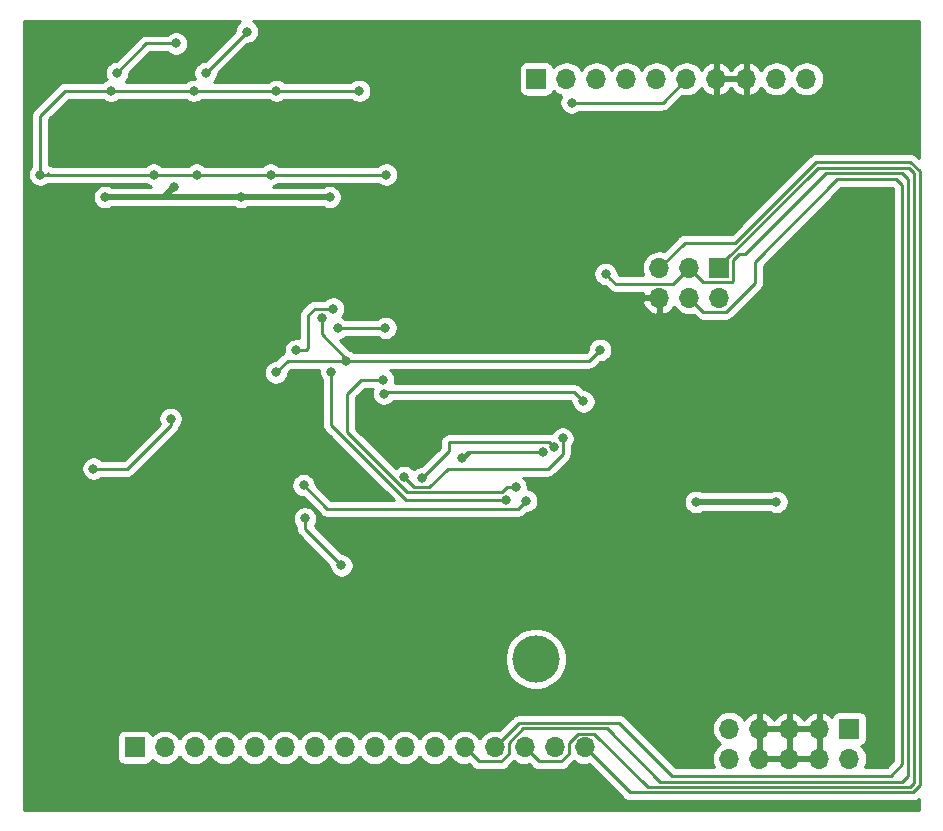
<source format=gbr>
G04 #@! TF.GenerationSoftware,KiCad,Pcbnew,(5.1.2)-1*
G04 #@! TF.CreationDate,2019-12-13T22:05:17-08:00*
G04 #@! TF.ProjectId,kicad-cpu-board-smt,6b696361-642d-4637-9075-2d626f617264,rev?*
G04 #@! TF.SameCoordinates,Original*
G04 #@! TF.FileFunction,Copper,L2,Bot*
G04 #@! TF.FilePolarity,Positive*
%FSLAX46Y46*%
G04 Gerber Fmt 4.6, Leading zero omitted, Abs format (unit mm)*
G04 Created by KiCad (PCBNEW (5.1.2)-1) date 2019-12-13 22:05:17*
%MOMM*%
%LPD*%
G04 APERTURE LIST*
%ADD10R,1.700000X1.700000*%
%ADD11O,1.700000X1.700000*%
%ADD12C,4.000000*%
%ADD13C,0.800000*%
%ADD14C,0.500000*%
%ADD15C,0.250000*%
%ADD16C,0.254000*%
G04 APERTURE END LIST*
D10*
X72000000Y-34000000D03*
D11*
X72000000Y-36540000D03*
X69460000Y-34000000D03*
X69460000Y-36540000D03*
X66920000Y-34000000D03*
X66920000Y-36540000D03*
D10*
X83000000Y-73000000D03*
D11*
X83000000Y-75540000D03*
X80460000Y-73000000D03*
X80460000Y-75540000D03*
X77920000Y-73000000D03*
X77920000Y-75540000D03*
X75380000Y-73000000D03*
X75380000Y-75540000D03*
X72840000Y-73000000D03*
X72840000Y-75540000D03*
D10*
X22500000Y-74600000D03*
D11*
X25040000Y-74600000D03*
X27580000Y-74600000D03*
X30120000Y-74600000D03*
X32660000Y-74600000D03*
X35200000Y-74600000D03*
X37740000Y-74600000D03*
X40280000Y-74600000D03*
X42820000Y-74600000D03*
X45360000Y-74600000D03*
X47900000Y-74600000D03*
X50440000Y-74600000D03*
X52980000Y-74600000D03*
X55520000Y-74600000D03*
X58060000Y-74600000D03*
X60600000Y-74600000D03*
D10*
X56500000Y-18000000D03*
D11*
X59040000Y-18000000D03*
X61580000Y-18000000D03*
X64120000Y-18000000D03*
X66660000Y-18000000D03*
X69200000Y-18000000D03*
X71740000Y-18000000D03*
X74280000Y-18000000D03*
X76820000Y-18000000D03*
X79360000Y-18000000D03*
D12*
X56450000Y-67100000D03*
D13*
X32000000Y-41000000D03*
X16000000Y-32000000D03*
X42000000Y-28000000D03*
X61500000Y-51000000D03*
X26200000Y-61000000D03*
X26500000Y-56000000D03*
X18700000Y-38300000D03*
X24800000Y-43400000D03*
X85000000Y-51500000D03*
X75000000Y-40000000D03*
X34600000Y-48450000D03*
X49400000Y-21250000D03*
X34950000Y-29550000D03*
X31750000Y-55350000D03*
X49674780Y-64279780D03*
X41658540Y-64495680D03*
X38943280Y-48447960D03*
X59042300Y-38234620D03*
X49009300Y-38125400D03*
X52252880Y-42946320D03*
X52329080Y-32702500D03*
X55316120Y-38656260D03*
X85500000Y-30000000D03*
X39000000Y-28000000D03*
X20000000Y-28000000D03*
X31500000Y-28000000D03*
X25852142Y-27147858D03*
X36800000Y-52400000D03*
X55653940Y-53713380D03*
X41500000Y-19000000D03*
X34500000Y-19000000D03*
X27500000Y-19000000D03*
X20500000Y-19000000D03*
X14500000Y-26100000D03*
X43800000Y-26100000D03*
X34000000Y-26100000D03*
X24100000Y-26100000D03*
X27750000Y-26100000D03*
X76830180Y-53800000D03*
X70017900Y-53800000D03*
X50200000Y-50127460D03*
X57096515Y-49582619D03*
X34450000Y-42850000D03*
X38325010Y-38250000D03*
X61900000Y-40950000D03*
X40431764Y-41904876D03*
X62374968Y-34500000D03*
X39300000Y-37450000D03*
X36174990Y-40974999D03*
X62374968Y-34500000D03*
X60500000Y-45300000D03*
X43591480Y-44635420D03*
X58724977Y-48440849D03*
X45311028Y-51718906D03*
X46822360Y-51813460D03*
X57999967Y-49153902D03*
X59500000Y-20000000D03*
X39150723Y-42826064D03*
X53964659Y-53659833D03*
X54757320Y-52565300D03*
X43512740Y-43477180D03*
X26000000Y-15000000D03*
X21000000Y-17500000D03*
X28500000Y-17500000D03*
X32000000Y-14000000D03*
X43736260Y-39080440D03*
X39684960Y-39103300D03*
X40010080Y-59184540D03*
X36910969Y-55200009D03*
X19000000Y-51000000D03*
X25544780Y-46771560D03*
D14*
X39000000Y-28000000D02*
X31500000Y-28000000D01*
X31500000Y-28000000D02*
X25000000Y-28000000D01*
X25000000Y-28000000D02*
X25852142Y-27147858D01*
X24500000Y-28000000D02*
X25000000Y-28000000D01*
X24500000Y-28000000D02*
X20000000Y-28000000D01*
D15*
X38817787Y-54417787D02*
X36800000Y-52400000D01*
X55653940Y-53713380D02*
X54949533Y-54417787D01*
X54949533Y-54417787D02*
X38817787Y-54417787D01*
X34500000Y-19000000D02*
X35000000Y-19000000D01*
X27500000Y-19000000D02*
X41500000Y-19000000D01*
X26934315Y-19000000D02*
X20500000Y-19000000D01*
X27500000Y-19000000D02*
X26934315Y-19000000D01*
X14500000Y-21100000D02*
X14500000Y-26100000D01*
X20500000Y-19000000D02*
X16600000Y-19000000D01*
X16600000Y-19000000D02*
X14500000Y-21100000D01*
X15065685Y-26100000D02*
X15165685Y-26000000D01*
X14500000Y-26100000D02*
X15065685Y-26100000D01*
X34000000Y-26100000D02*
X43800000Y-26100000D01*
X24150000Y-26100000D02*
X24100000Y-26100000D01*
X14500000Y-26100000D02*
X24100000Y-26100000D01*
X24150000Y-26100000D02*
X27750000Y-26100000D01*
X27750000Y-26100000D02*
X34000000Y-26100000D01*
D14*
X76830180Y-53800000D02*
X70017900Y-53800000D01*
D15*
X88186400Y-25049989D02*
X88950011Y-25813600D01*
X88950011Y-25813600D02*
X88950011Y-77822811D01*
X88950011Y-77822811D02*
X88372802Y-78400020D01*
X88372802Y-78400020D02*
X64400020Y-78400020D01*
X61449999Y-75449999D02*
X60600000Y-74600000D01*
X64400020Y-78400020D02*
X61449999Y-75449999D01*
X80177189Y-25049989D02*
X88186400Y-25049989D01*
X69056411Y-31863589D02*
X66920000Y-34000000D01*
X73363589Y-31863589D02*
X69056411Y-31863589D01*
X73363589Y-31863589D02*
X80177189Y-25049989D01*
X50925021Y-49574979D02*
X50326569Y-50173431D01*
X50752481Y-49574979D02*
X50200000Y-50127460D01*
X53583099Y-49574979D02*
X50752481Y-49574979D01*
X53583099Y-49574979D02*
X50925021Y-49574979D01*
X53583099Y-49574979D02*
X53590739Y-49582619D01*
X53590739Y-49582619D02*
X56530830Y-49582619D01*
X56530830Y-49582619D02*
X57096515Y-49582619D01*
X55055021Y-72524979D02*
X52980000Y-74600000D01*
X63524979Y-72524979D02*
X55055021Y-72524979D01*
X86500000Y-77000000D02*
X68000000Y-77000000D01*
X87500000Y-27000000D02*
X87500000Y-76000000D01*
X68000000Y-77000000D02*
X63524979Y-72524979D01*
X87000000Y-26500000D02*
X87500000Y-27000000D01*
X69460000Y-36540000D02*
X70635001Y-37715001D01*
X70635001Y-37715001D02*
X72564001Y-37715001D01*
X72564001Y-37715001D02*
X75000000Y-35279002D01*
X75000000Y-35279002D02*
X75000000Y-33500000D01*
X87500000Y-76000000D02*
X86500000Y-77000000D01*
X75000000Y-33500000D02*
X82000000Y-26500000D01*
X82000000Y-26500000D02*
X87000000Y-26500000D01*
X38325010Y-39618257D02*
X40431764Y-41725011D01*
X38325010Y-38250000D02*
X38325010Y-39618257D01*
X40631776Y-41850001D02*
X40431764Y-42050013D01*
X35449999Y-41850001D02*
X34450000Y-42850000D01*
X41399999Y-41850001D02*
X35449999Y-41850001D01*
X41399999Y-41850001D02*
X40631776Y-41850001D01*
X60999999Y-41850001D02*
X59600001Y-41850001D01*
X61900000Y-40950000D02*
X60999999Y-41850001D01*
X59600001Y-41850001D02*
X41399999Y-41850001D01*
X40431764Y-41725011D02*
X40431764Y-41904876D01*
X40431764Y-41904876D02*
X40431764Y-42050013D01*
X88000000Y-26500000D02*
X87500000Y-26000000D01*
X87500000Y-26000000D02*
X81000000Y-26000000D01*
X54155001Y-74225997D02*
X55406008Y-72974990D01*
X54155001Y-75164001D02*
X54155001Y-74225997D01*
X81000000Y-26000000D02*
X74155022Y-32844978D01*
X88000000Y-77000000D02*
X88000000Y-26500000D01*
X55406008Y-72974990D02*
X62474990Y-72974990D01*
X87500000Y-77500000D02*
X88000000Y-77000000D01*
X67000000Y-77500000D02*
X87500000Y-77500000D01*
X62474990Y-72974990D02*
X67000000Y-77500000D01*
X53544001Y-75775001D02*
X54155001Y-75164001D01*
X51615001Y-75775001D02*
X53544001Y-75775001D01*
X50440000Y-74600000D02*
X51615001Y-75775001D01*
X70309999Y-34849999D02*
X69460000Y-34000000D01*
X73175001Y-35110001D02*
X73110001Y-35175001D01*
X73175001Y-33324998D02*
X73175001Y-35110001D01*
X73655021Y-32844978D02*
X73175001Y-33324998D01*
X74155022Y-32844978D02*
X73655021Y-32844978D01*
X70635001Y-35175001D02*
X70309999Y-34849999D01*
X73110001Y-35175001D02*
X70635001Y-35175001D01*
X63239967Y-35364999D02*
X62774967Y-34899999D01*
X69460000Y-34000000D02*
X68095001Y-35364999D01*
X62774967Y-34899999D02*
X62374968Y-34500000D01*
X68095001Y-35364999D02*
X63239967Y-35364999D01*
X36125001Y-40974999D02*
X36975001Y-40974999D01*
X37200000Y-40750000D02*
X37200000Y-38000000D01*
X36975001Y-40974999D02*
X37200000Y-40750000D01*
X37200000Y-38000000D02*
X37750000Y-37450000D01*
X37750000Y-37450000D02*
X39300000Y-37450000D01*
X60035999Y-73424999D02*
X61424999Y-73424999D01*
X61424999Y-73424999D02*
X65950011Y-77950011D01*
X65950011Y-77950011D02*
X88186400Y-77950011D01*
X88186400Y-77950011D02*
X88500000Y-77636411D01*
X88500000Y-77636411D02*
X88500000Y-26000000D01*
X88500000Y-26000000D02*
X88049989Y-25549989D01*
X72000000Y-33863589D02*
X72000000Y-34000000D01*
X59235001Y-74225997D02*
X60035999Y-73424999D01*
X88049989Y-25549989D02*
X80313600Y-25549989D01*
X80313600Y-25549989D02*
X72000000Y-33863589D01*
X59235001Y-75164001D02*
X59235001Y-74225997D01*
X56695001Y-75775001D02*
X58624001Y-75775001D01*
X55520000Y-74600000D02*
X56695001Y-75775001D01*
X58624001Y-75775001D02*
X59235001Y-75164001D01*
X59700000Y-44500000D02*
X60500000Y-45300000D01*
X59150000Y-44500000D02*
X59700000Y-44500000D01*
X51150000Y-44500000D02*
X59150000Y-44500000D01*
X43726900Y-44500000D02*
X43591480Y-44635420D01*
X43903100Y-44500000D02*
X43726900Y-44500000D01*
X51150000Y-44500000D02*
X43903100Y-44500000D01*
X43903100Y-44500000D02*
X43650000Y-44500000D01*
X47439607Y-52538462D02*
X46130584Y-52538462D01*
X58724977Y-48440849D02*
X58724977Y-49745723D01*
X57479056Y-50991644D02*
X48986425Y-50991644D01*
X45711027Y-52118905D02*
X45311028Y-51718906D01*
X48986425Y-50991644D02*
X47439607Y-52538462D01*
X46130584Y-52538462D02*
X45711027Y-52118905D01*
X58724977Y-49745723D02*
X57479056Y-50991644D01*
X49109969Y-49525851D02*
X46822360Y-51813460D01*
X49109969Y-48751829D02*
X49109969Y-49525851D01*
X57597894Y-48751829D02*
X57599968Y-48753903D01*
X57599968Y-48753903D02*
X57999967Y-49153902D01*
X49109969Y-48751829D02*
X57597894Y-48751829D01*
X67200000Y-20000000D02*
X69200000Y-18000000D01*
X59500000Y-20000000D02*
X67200000Y-20000000D01*
X53398974Y-53659833D02*
X53964659Y-53659833D01*
X39150723Y-42826064D02*
X39150723Y-47300724D01*
X39150723Y-47300724D02*
X45509832Y-53659833D01*
X45509832Y-53659833D02*
X53398974Y-53659833D01*
X40499999Y-47933197D02*
X40499999Y-47454519D01*
X45555275Y-52988473D02*
X40499999Y-47933197D01*
X47199287Y-52988473D02*
X45555275Y-52988473D01*
X47534562Y-52988473D02*
X47199287Y-52988473D01*
X40499999Y-44732241D02*
X40499999Y-44648421D01*
X40499999Y-44732241D02*
X40499999Y-47454519D01*
X41671240Y-43477180D02*
X43512740Y-43477180D01*
X40499999Y-44648421D02*
X41671240Y-43477180D01*
X53986188Y-52565300D02*
X53563015Y-52988473D01*
X54757320Y-52565300D02*
X53986188Y-52565300D01*
X53563015Y-52988473D02*
X47199287Y-52988473D01*
X26000000Y-15000000D02*
X23500000Y-15000000D01*
X23500000Y-15000000D02*
X21000000Y-17500000D01*
X28500000Y-17500000D02*
X32000000Y-14000000D01*
X43736260Y-39080440D02*
X39707820Y-39080440D01*
X39707820Y-39080440D02*
X39684960Y-39103300D01*
X36910969Y-55200009D02*
X36910969Y-56085429D01*
X36910969Y-56085429D02*
X40010080Y-59184540D01*
X19565685Y-51000000D02*
X19000000Y-51000000D01*
X21882025Y-51000000D02*
X19565685Y-51000000D01*
X25544780Y-47337245D02*
X21882025Y-51000000D01*
X25544780Y-46771560D02*
X25544780Y-47337245D01*
D16*
G36*
X31340226Y-13196063D02*
G01*
X31196063Y-13340226D01*
X31082795Y-13509744D01*
X31004774Y-13698102D01*
X30965000Y-13898061D01*
X30965000Y-13960197D01*
X28460199Y-16465000D01*
X28398061Y-16465000D01*
X28198102Y-16504774D01*
X28009744Y-16582795D01*
X27840226Y-16696063D01*
X27696063Y-16840226D01*
X27582795Y-17009744D01*
X27504774Y-17198102D01*
X27465000Y-17398061D01*
X27465000Y-17601939D01*
X27504774Y-17801898D01*
X27572334Y-17965000D01*
X27398061Y-17965000D01*
X27198102Y-18004774D01*
X27009744Y-18082795D01*
X26840226Y-18196063D01*
X26796289Y-18240000D01*
X21723711Y-18240000D01*
X21803937Y-18159774D01*
X21917205Y-17990256D01*
X21995226Y-17801898D01*
X22035000Y-17601939D01*
X22035000Y-17539801D01*
X23814802Y-15760000D01*
X25296289Y-15760000D01*
X25340226Y-15803937D01*
X25509744Y-15917205D01*
X25698102Y-15995226D01*
X25898061Y-16035000D01*
X26101939Y-16035000D01*
X26301898Y-15995226D01*
X26490256Y-15917205D01*
X26659774Y-15803937D01*
X26803937Y-15659774D01*
X26917205Y-15490256D01*
X26995226Y-15301898D01*
X27035000Y-15101939D01*
X27035000Y-14898061D01*
X26995226Y-14698102D01*
X26917205Y-14509744D01*
X26803937Y-14340226D01*
X26659774Y-14196063D01*
X26490256Y-14082795D01*
X26301898Y-14004774D01*
X26101939Y-13965000D01*
X25898061Y-13965000D01*
X25698102Y-14004774D01*
X25509744Y-14082795D01*
X25340226Y-14196063D01*
X25296289Y-14240000D01*
X23537323Y-14240000D01*
X23500000Y-14236324D01*
X23462677Y-14240000D01*
X23462667Y-14240000D01*
X23351014Y-14250997D01*
X23215029Y-14292247D01*
X23207753Y-14294454D01*
X23075723Y-14365026D01*
X23003526Y-14424277D01*
X22959999Y-14459999D01*
X22936201Y-14488997D01*
X20960199Y-16465000D01*
X20898061Y-16465000D01*
X20698102Y-16504774D01*
X20509744Y-16582795D01*
X20340226Y-16696063D01*
X20196063Y-16840226D01*
X20082795Y-17009744D01*
X20004774Y-17198102D01*
X19965000Y-17398061D01*
X19965000Y-17601939D01*
X20004774Y-17801898D01*
X20082795Y-17990256D01*
X20115388Y-18039035D01*
X20009744Y-18082795D01*
X19840226Y-18196063D01*
X19796289Y-18240000D01*
X16637322Y-18240000D01*
X16599999Y-18236324D01*
X16562676Y-18240000D01*
X16562667Y-18240000D01*
X16451014Y-18250997D01*
X16307753Y-18294454D01*
X16175724Y-18365026D01*
X16175722Y-18365027D01*
X16175723Y-18365027D01*
X16088996Y-18436201D01*
X16088992Y-18436205D01*
X16059999Y-18459999D01*
X16036205Y-18488992D01*
X13989002Y-20536196D01*
X13959999Y-20559999D01*
X13904871Y-20627174D01*
X13865026Y-20675724D01*
X13796494Y-20803937D01*
X13794454Y-20807754D01*
X13750997Y-20951015D01*
X13740000Y-21062668D01*
X13740000Y-21062678D01*
X13736324Y-21100000D01*
X13740000Y-21137323D01*
X13740001Y-25396288D01*
X13696063Y-25440226D01*
X13582795Y-25609744D01*
X13504774Y-25798102D01*
X13465000Y-25998061D01*
X13465000Y-26201939D01*
X13504774Y-26401898D01*
X13582795Y-26590256D01*
X13696063Y-26759774D01*
X13840226Y-26903937D01*
X14009744Y-27017205D01*
X14198102Y-27095226D01*
X14398061Y-27135000D01*
X14601939Y-27135000D01*
X14801898Y-27095226D01*
X14990256Y-27017205D01*
X15159774Y-26903937D01*
X15203711Y-26860000D01*
X23396289Y-26860000D01*
X23440226Y-26903937D01*
X23609744Y-27017205D01*
X23798102Y-27095226D01*
X23897513Y-27115000D01*
X20538454Y-27115000D01*
X20490256Y-27082795D01*
X20301898Y-27004774D01*
X20101939Y-26965000D01*
X19898061Y-26965000D01*
X19698102Y-27004774D01*
X19509744Y-27082795D01*
X19340226Y-27196063D01*
X19196063Y-27340226D01*
X19082795Y-27509744D01*
X19004774Y-27698102D01*
X18965000Y-27898061D01*
X18965000Y-28101939D01*
X19004774Y-28301898D01*
X19082795Y-28490256D01*
X19196063Y-28659774D01*
X19340226Y-28803937D01*
X19509744Y-28917205D01*
X19698102Y-28995226D01*
X19898061Y-29035000D01*
X20101939Y-29035000D01*
X20301898Y-28995226D01*
X20490256Y-28917205D01*
X20538454Y-28885000D01*
X24956531Y-28885000D01*
X25000000Y-28889281D01*
X25043469Y-28885000D01*
X30961546Y-28885000D01*
X31009744Y-28917205D01*
X31198102Y-28995226D01*
X31398061Y-29035000D01*
X31601939Y-29035000D01*
X31801898Y-28995226D01*
X31990256Y-28917205D01*
X32038454Y-28885000D01*
X38461546Y-28885000D01*
X38509744Y-28917205D01*
X38698102Y-28995226D01*
X38898061Y-29035000D01*
X39101939Y-29035000D01*
X39301898Y-28995226D01*
X39490256Y-28917205D01*
X39659774Y-28803937D01*
X39803937Y-28659774D01*
X39917205Y-28490256D01*
X39995226Y-28301898D01*
X40035000Y-28101939D01*
X40035000Y-27898061D01*
X39995226Y-27698102D01*
X39917205Y-27509744D01*
X39803937Y-27340226D01*
X39659774Y-27196063D01*
X39490256Y-27082795D01*
X39301898Y-27004774D01*
X39101939Y-26965000D01*
X38898061Y-26965000D01*
X38698102Y-27004774D01*
X38509744Y-27082795D01*
X38461546Y-27115000D01*
X34202487Y-27115000D01*
X34301898Y-27095226D01*
X34490256Y-27017205D01*
X34659774Y-26903937D01*
X34703711Y-26860000D01*
X43096289Y-26860000D01*
X43140226Y-26903937D01*
X43309744Y-27017205D01*
X43498102Y-27095226D01*
X43698061Y-27135000D01*
X43901939Y-27135000D01*
X44101898Y-27095226D01*
X44290256Y-27017205D01*
X44459774Y-26903937D01*
X44603937Y-26759774D01*
X44717205Y-26590256D01*
X44795226Y-26401898D01*
X44835000Y-26201939D01*
X44835000Y-25998061D01*
X44795226Y-25798102D01*
X44717205Y-25609744D01*
X44603937Y-25440226D01*
X44459774Y-25296063D01*
X44290256Y-25182795D01*
X44101898Y-25104774D01*
X43901939Y-25065000D01*
X43698061Y-25065000D01*
X43498102Y-25104774D01*
X43309744Y-25182795D01*
X43140226Y-25296063D01*
X43096289Y-25340000D01*
X34703711Y-25340000D01*
X34659774Y-25296063D01*
X34490256Y-25182795D01*
X34301898Y-25104774D01*
X34101939Y-25065000D01*
X33898061Y-25065000D01*
X33698102Y-25104774D01*
X33509744Y-25182795D01*
X33340226Y-25296063D01*
X33296289Y-25340000D01*
X28453711Y-25340000D01*
X28409774Y-25296063D01*
X28240256Y-25182795D01*
X28051898Y-25104774D01*
X27851939Y-25065000D01*
X27648061Y-25065000D01*
X27448102Y-25104774D01*
X27259744Y-25182795D01*
X27090226Y-25296063D01*
X27046289Y-25340000D01*
X24803711Y-25340000D01*
X24759774Y-25296063D01*
X24590256Y-25182795D01*
X24401898Y-25104774D01*
X24201939Y-25065000D01*
X23998061Y-25065000D01*
X23798102Y-25104774D01*
X23609744Y-25182795D01*
X23440226Y-25296063D01*
X23396289Y-25340000D01*
X15543138Y-25340000D01*
X15457931Y-25294455D01*
X15314670Y-25250998D01*
X15260000Y-25245613D01*
X15260000Y-21414801D01*
X16914803Y-19760000D01*
X19796289Y-19760000D01*
X19840226Y-19803937D01*
X20009744Y-19917205D01*
X20198102Y-19995226D01*
X20398061Y-20035000D01*
X20601939Y-20035000D01*
X20801898Y-19995226D01*
X20990256Y-19917205D01*
X21159774Y-19803937D01*
X21203711Y-19760000D01*
X26796289Y-19760000D01*
X26840226Y-19803937D01*
X27009744Y-19917205D01*
X27198102Y-19995226D01*
X27398061Y-20035000D01*
X27601939Y-20035000D01*
X27801898Y-19995226D01*
X27990256Y-19917205D01*
X28159774Y-19803937D01*
X28203711Y-19760000D01*
X33796289Y-19760000D01*
X33840226Y-19803937D01*
X34009744Y-19917205D01*
X34198102Y-19995226D01*
X34398061Y-20035000D01*
X34601939Y-20035000D01*
X34801898Y-19995226D01*
X34990256Y-19917205D01*
X35159774Y-19803937D01*
X35203711Y-19760000D01*
X40796289Y-19760000D01*
X40840226Y-19803937D01*
X41009744Y-19917205D01*
X41198102Y-19995226D01*
X41398061Y-20035000D01*
X41601939Y-20035000D01*
X41801898Y-19995226D01*
X41990256Y-19917205D01*
X42159774Y-19803937D01*
X42303937Y-19659774D01*
X42417205Y-19490256D01*
X42495226Y-19301898D01*
X42535000Y-19101939D01*
X42535000Y-18898061D01*
X42495226Y-18698102D01*
X42417205Y-18509744D01*
X42303937Y-18340226D01*
X42159774Y-18196063D01*
X41990256Y-18082795D01*
X41801898Y-18004774D01*
X41601939Y-17965000D01*
X41398061Y-17965000D01*
X41198102Y-18004774D01*
X41009744Y-18082795D01*
X40840226Y-18196063D01*
X40796289Y-18240000D01*
X35203711Y-18240000D01*
X35159774Y-18196063D01*
X34990256Y-18082795D01*
X34801898Y-18004774D01*
X34601939Y-17965000D01*
X34398061Y-17965000D01*
X34198102Y-18004774D01*
X34009744Y-18082795D01*
X33840226Y-18196063D01*
X33796289Y-18240000D01*
X29223711Y-18240000D01*
X29303937Y-18159774D01*
X29417205Y-17990256D01*
X29495226Y-17801898D01*
X29535000Y-17601939D01*
X29535000Y-17539801D01*
X29924801Y-17150000D01*
X55011928Y-17150000D01*
X55011928Y-18850000D01*
X55024188Y-18974482D01*
X55060498Y-19094180D01*
X55119463Y-19204494D01*
X55198815Y-19301185D01*
X55295506Y-19380537D01*
X55405820Y-19439502D01*
X55525518Y-19475812D01*
X55650000Y-19488072D01*
X57350000Y-19488072D01*
X57474482Y-19475812D01*
X57594180Y-19439502D01*
X57704494Y-19380537D01*
X57801185Y-19301185D01*
X57880537Y-19204494D01*
X57939502Y-19094180D01*
X57960393Y-19025313D01*
X57984866Y-19055134D01*
X58210986Y-19240706D01*
X58468966Y-19378599D01*
X58636471Y-19429411D01*
X58582795Y-19509744D01*
X58504774Y-19698102D01*
X58465000Y-19898061D01*
X58465000Y-20101939D01*
X58504774Y-20301898D01*
X58582795Y-20490256D01*
X58696063Y-20659774D01*
X58840226Y-20803937D01*
X59009744Y-20917205D01*
X59198102Y-20995226D01*
X59398061Y-21035000D01*
X59601939Y-21035000D01*
X59801898Y-20995226D01*
X59990256Y-20917205D01*
X60159774Y-20803937D01*
X60203711Y-20760000D01*
X67162678Y-20760000D01*
X67200000Y-20763676D01*
X67237322Y-20760000D01*
X67237333Y-20760000D01*
X67348986Y-20749003D01*
X67492247Y-20705546D01*
X67624276Y-20634974D01*
X67740001Y-20540001D01*
X67763804Y-20510997D01*
X68834005Y-19440797D01*
X68908889Y-19463513D01*
X69127050Y-19485000D01*
X69272950Y-19485000D01*
X69491111Y-19463513D01*
X69771034Y-19378599D01*
X70029014Y-19240706D01*
X70255134Y-19055134D01*
X70440706Y-18829014D01*
X70475201Y-18764477D01*
X70544822Y-18881355D01*
X70739731Y-19097588D01*
X70973080Y-19271641D01*
X71235901Y-19396825D01*
X71383110Y-19441476D01*
X71613000Y-19320155D01*
X71613000Y-18127000D01*
X71867000Y-18127000D01*
X71867000Y-19320155D01*
X72096890Y-19441476D01*
X72244099Y-19396825D01*
X72506920Y-19271641D01*
X72740269Y-19097588D01*
X72935178Y-18881355D01*
X73010000Y-18755745D01*
X73084822Y-18881355D01*
X73279731Y-19097588D01*
X73513080Y-19271641D01*
X73775901Y-19396825D01*
X73923110Y-19441476D01*
X74153000Y-19320155D01*
X74153000Y-18127000D01*
X71867000Y-18127000D01*
X71613000Y-18127000D01*
X71593000Y-18127000D01*
X71593000Y-17873000D01*
X71613000Y-17873000D01*
X71613000Y-16679845D01*
X71867000Y-16679845D01*
X71867000Y-17873000D01*
X74153000Y-17873000D01*
X74153000Y-16679845D01*
X74407000Y-16679845D01*
X74407000Y-17873000D01*
X74427000Y-17873000D01*
X74427000Y-18127000D01*
X74407000Y-18127000D01*
X74407000Y-19320155D01*
X74636890Y-19441476D01*
X74784099Y-19396825D01*
X75046920Y-19271641D01*
X75280269Y-19097588D01*
X75475178Y-18881355D01*
X75544799Y-18764477D01*
X75579294Y-18829014D01*
X75764866Y-19055134D01*
X75990986Y-19240706D01*
X76248966Y-19378599D01*
X76528889Y-19463513D01*
X76747050Y-19485000D01*
X76892950Y-19485000D01*
X77111111Y-19463513D01*
X77391034Y-19378599D01*
X77649014Y-19240706D01*
X77875134Y-19055134D01*
X78060706Y-18829014D01*
X78090000Y-18774209D01*
X78119294Y-18829014D01*
X78304866Y-19055134D01*
X78530986Y-19240706D01*
X78788966Y-19378599D01*
X79068889Y-19463513D01*
X79287050Y-19485000D01*
X79432950Y-19485000D01*
X79651111Y-19463513D01*
X79931034Y-19378599D01*
X80189014Y-19240706D01*
X80415134Y-19055134D01*
X80600706Y-18829014D01*
X80738599Y-18571034D01*
X80823513Y-18291111D01*
X80852185Y-18000000D01*
X80823513Y-17708889D01*
X80738599Y-17428966D01*
X80600706Y-17170986D01*
X80415134Y-16944866D01*
X80189014Y-16759294D01*
X79931034Y-16621401D01*
X79651111Y-16536487D01*
X79432950Y-16515000D01*
X79287050Y-16515000D01*
X79068889Y-16536487D01*
X78788966Y-16621401D01*
X78530986Y-16759294D01*
X78304866Y-16944866D01*
X78119294Y-17170986D01*
X78090000Y-17225791D01*
X78060706Y-17170986D01*
X77875134Y-16944866D01*
X77649014Y-16759294D01*
X77391034Y-16621401D01*
X77111111Y-16536487D01*
X76892950Y-16515000D01*
X76747050Y-16515000D01*
X76528889Y-16536487D01*
X76248966Y-16621401D01*
X75990986Y-16759294D01*
X75764866Y-16944866D01*
X75579294Y-17170986D01*
X75544799Y-17235523D01*
X75475178Y-17118645D01*
X75280269Y-16902412D01*
X75046920Y-16728359D01*
X74784099Y-16603175D01*
X74636890Y-16558524D01*
X74407000Y-16679845D01*
X74153000Y-16679845D01*
X73923110Y-16558524D01*
X73775901Y-16603175D01*
X73513080Y-16728359D01*
X73279731Y-16902412D01*
X73084822Y-17118645D01*
X73010000Y-17244255D01*
X72935178Y-17118645D01*
X72740269Y-16902412D01*
X72506920Y-16728359D01*
X72244099Y-16603175D01*
X72096890Y-16558524D01*
X71867000Y-16679845D01*
X71613000Y-16679845D01*
X71383110Y-16558524D01*
X71235901Y-16603175D01*
X70973080Y-16728359D01*
X70739731Y-16902412D01*
X70544822Y-17118645D01*
X70475201Y-17235523D01*
X70440706Y-17170986D01*
X70255134Y-16944866D01*
X70029014Y-16759294D01*
X69771034Y-16621401D01*
X69491111Y-16536487D01*
X69272950Y-16515000D01*
X69127050Y-16515000D01*
X68908889Y-16536487D01*
X68628966Y-16621401D01*
X68370986Y-16759294D01*
X68144866Y-16944866D01*
X67959294Y-17170986D01*
X67930000Y-17225791D01*
X67900706Y-17170986D01*
X67715134Y-16944866D01*
X67489014Y-16759294D01*
X67231034Y-16621401D01*
X66951111Y-16536487D01*
X66732950Y-16515000D01*
X66587050Y-16515000D01*
X66368889Y-16536487D01*
X66088966Y-16621401D01*
X65830986Y-16759294D01*
X65604866Y-16944866D01*
X65419294Y-17170986D01*
X65390000Y-17225791D01*
X65360706Y-17170986D01*
X65175134Y-16944866D01*
X64949014Y-16759294D01*
X64691034Y-16621401D01*
X64411111Y-16536487D01*
X64192950Y-16515000D01*
X64047050Y-16515000D01*
X63828889Y-16536487D01*
X63548966Y-16621401D01*
X63290986Y-16759294D01*
X63064866Y-16944866D01*
X62879294Y-17170986D01*
X62850000Y-17225791D01*
X62820706Y-17170986D01*
X62635134Y-16944866D01*
X62409014Y-16759294D01*
X62151034Y-16621401D01*
X61871111Y-16536487D01*
X61652950Y-16515000D01*
X61507050Y-16515000D01*
X61288889Y-16536487D01*
X61008966Y-16621401D01*
X60750986Y-16759294D01*
X60524866Y-16944866D01*
X60339294Y-17170986D01*
X60310000Y-17225791D01*
X60280706Y-17170986D01*
X60095134Y-16944866D01*
X59869014Y-16759294D01*
X59611034Y-16621401D01*
X59331111Y-16536487D01*
X59112950Y-16515000D01*
X58967050Y-16515000D01*
X58748889Y-16536487D01*
X58468966Y-16621401D01*
X58210986Y-16759294D01*
X57984866Y-16944866D01*
X57960393Y-16974687D01*
X57939502Y-16905820D01*
X57880537Y-16795506D01*
X57801185Y-16698815D01*
X57704494Y-16619463D01*
X57594180Y-16560498D01*
X57474482Y-16524188D01*
X57350000Y-16511928D01*
X55650000Y-16511928D01*
X55525518Y-16524188D01*
X55405820Y-16560498D01*
X55295506Y-16619463D01*
X55198815Y-16698815D01*
X55119463Y-16795506D01*
X55060498Y-16905820D01*
X55024188Y-17025518D01*
X55011928Y-17150000D01*
X29924801Y-17150000D01*
X32039803Y-15035000D01*
X32101939Y-15035000D01*
X32301898Y-14995226D01*
X32490256Y-14917205D01*
X32659774Y-14803937D01*
X32803937Y-14659774D01*
X32917205Y-14490256D01*
X32995226Y-14301898D01*
X33035000Y-14101939D01*
X33035000Y-13898061D01*
X32995226Y-13698102D01*
X32917205Y-13509744D01*
X32803937Y-13340226D01*
X32659774Y-13196063D01*
X32556414Y-13127000D01*
X88873000Y-13127000D01*
X88873000Y-24661788D01*
X88750203Y-24538991D01*
X88726401Y-24509988D01*
X88610676Y-24415015D01*
X88478647Y-24344443D01*
X88335386Y-24300986D01*
X88223733Y-24289989D01*
X88223722Y-24289989D01*
X88186400Y-24286313D01*
X88149078Y-24289989D01*
X80214522Y-24289989D01*
X80177189Y-24286312D01*
X80139856Y-24289989D01*
X80028203Y-24300986D01*
X79884942Y-24344443D01*
X79752913Y-24415015D01*
X79637188Y-24509988D01*
X79613390Y-24538986D01*
X73048788Y-31103589D01*
X69093733Y-31103589D01*
X69056410Y-31099913D01*
X69019087Y-31103589D01*
X69019078Y-31103589D01*
X68907425Y-31114586D01*
X68764164Y-31158043D01*
X68632135Y-31228615D01*
X68632133Y-31228616D01*
X68632134Y-31228616D01*
X68545407Y-31299790D01*
X68545403Y-31299794D01*
X68516410Y-31323588D01*
X68492616Y-31352581D01*
X67285995Y-32559203D01*
X67211111Y-32536487D01*
X66992950Y-32515000D01*
X66847050Y-32515000D01*
X66628889Y-32536487D01*
X66348966Y-32621401D01*
X66090986Y-32759294D01*
X65864866Y-32944866D01*
X65679294Y-33170986D01*
X65541401Y-33428966D01*
X65456487Y-33708889D01*
X65427815Y-34000000D01*
X65456487Y-34291111D01*
X65541401Y-34571034D01*
X65559556Y-34604999D01*
X63554768Y-34604999D01*
X63409968Y-34460199D01*
X63409968Y-34398061D01*
X63370194Y-34198102D01*
X63292173Y-34009744D01*
X63178905Y-33840226D01*
X63034742Y-33696063D01*
X62865224Y-33582795D01*
X62676866Y-33504774D01*
X62476907Y-33465000D01*
X62273029Y-33465000D01*
X62073070Y-33504774D01*
X61884712Y-33582795D01*
X61715194Y-33696063D01*
X61571031Y-33840226D01*
X61457763Y-34009744D01*
X61379742Y-34198102D01*
X61339968Y-34398061D01*
X61339968Y-34601939D01*
X61379742Y-34801898D01*
X61457763Y-34990256D01*
X61571031Y-35159774D01*
X61715194Y-35303937D01*
X61884712Y-35417205D01*
X62073070Y-35495226D01*
X62273029Y-35535000D01*
X62335167Y-35535000D01*
X62676163Y-35875996D01*
X62699966Y-35905000D01*
X62815691Y-35999973D01*
X62947720Y-36070545D01*
X63090981Y-36114002D01*
X63202634Y-36124999D01*
X63202643Y-36124999D01*
X63239966Y-36128675D01*
X63277289Y-36124999D01*
X65499132Y-36124999D01*
X65478519Y-36183109D01*
X65599186Y-36413000D01*
X66793000Y-36413000D01*
X66793000Y-36393000D01*
X67047000Y-36393000D01*
X67047000Y-36413000D01*
X67067000Y-36413000D01*
X67067000Y-36667000D01*
X67047000Y-36667000D01*
X67047000Y-37860155D01*
X67276890Y-37981476D01*
X67424099Y-37936825D01*
X67686920Y-37811641D01*
X67920269Y-37637588D01*
X68115178Y-37421355D01*
X68184799Y-37304477D01*
X68219294Y-37369014D01*
X68404866Y-37595134D01*
X68630986Y-37780706D01*
X68888966Y-37918599D01*
X69168889Y-38003513D01*
X69387050Y-38025000D01*
X69532950Y-38025000D01*
X69751111Y-38003513D01*
X69825995Y-37980797D01*
X70071202Y-38226004D01*
X70095000Y-38255002D01*
X70210725Y-38349975D01*
X70342754Y-38420547D01*
X70486015Y-38464004D01*
X70597668Y-38475001D01*
X70597677Y-38475001D01*
X70635000Y-38478677D01*
X70672323Y-38475001D01*
X72526679Y-38475001D01*
X72564001Y-38478677D01*
X72601323Y-38475001D01*
X72601334Y-38475001D01*
X72712987Y-38464004D01*
X72856248Y-38420547D01*
X72988277Y-38349975D01*
X73104002Y-38255002D01*
X73127805Y-38225998D01*
X75511004Y-35842800D01*
X75540001Y-35819003D01*
X75634974Y-35703278D01*
X75705546Y-35571249D01*
X75749003Y-35427988D01*
X75760000Y-35316335D01*
X75760000Y-35316325D01*
X75763676Y-35279002D01*
X75760000Y-35241679D01*
X75760000Y-33814801D01*
X82314802Y-27260000D01*
X86685199Y-27260000D01*
X86740000Y-27314801D01*
X86740001Y-75685197D01*
X86185199Y-76240000D01*
X84309665Y-76240000D01*
X84378599Y-76111034D01*
X84463513Y-75831111D01*
X84492185Y-75540000D01*
X84463513Y-75248889D01*
X84378599Y-74968966D01*
X84240706Y-74710986D01*
X84055134Y-74484866D01*
X84025313Y-74460393D01*
X84094180Y-74439502D01*
X84204494Y-74380537D01*
X84301185Y-74301185D01*
X84380537Y-74204494D01*
X84439502Y-74094180D01*
X84475812Y-73974482D01*
X84488072Y-73850000D01*
X84488072Y-72150000D01*
X84475812Y-72025518D01*
X84439502Y-71905820D01*
X84380537Y-71795506D01*
X84301185Y-71698815D01*
X84204494Y-71619463D01*
X84094180Y-71560498D01*
X83974482Y-71524188D01*
X83850000Y-71511928D01*
X82150000Y-71511928D01*
X82025518Y-71524188D01*
X81905820Y-71560498D01*
X81795506Y-71619463D01*
X81698815Y-71698815D01*
X81619463Y-71795506D01*
X81560498Y-71905820D01*
X81536034Y-71986466D01*
X81460269Y-71902412D01*
X81226920Y-71728359D01*
X80964099Y-71603175D01*
X80816890Y-71558524D01*
X80587000Y-71679845D01*
X80587000Y-72873000D01*
X80607000Y-72873000D01*
X80607000Y-73127000D01*
X80587000Y-73127000D01*
X80587000Y-75413000D01*
X80607000Y-75413000D01*
X80607000Y-75667000D01*
X80587000Y-75667000D01*
X80587000Y-75687000D01*
X80333000Y-75687000D01*
X80333000Y-75667000D01*
X78047000Y-75667000D01*
X78047000Y-75687000D01*
X77793000Y-75687000D01*
X77793000Y-75667000D01*
X75507000Y-75667000D01*
X75507000Y-75687000D01*
X75253000Y-75687000D01*
X75253000Y-75667000D01*
X75233000Y-75667000D01*
X75233000Y-75413000D01*
X75253000Y-75413000D01*
X75253000Y-73127000D01*
X75507000Y-73127000D01*
X75507000Y-75413000D01*
X77793000Y-75413000D01*
X77793000Y-73127000D01*
X78047000Y-73127000D01*
X78047000Y-75413000D01*
X80333000Y-75413000D01*
X80333000Y-73127000D01*
X78047000Y-73127000D01*
X77793000Y-73127000D01*
X75507000Y-73127000D01*
X75253000Y-73127000D01*
X75233000Y-73127000D01*
X75233000Y-72873000D01*
X75253000Y-72873000D01*
X75253000Y-71679845D01*
X75507000Y-71679845D01*
X75507000Y-72873000D01*
X77793000Y-72873000D01*
X77793000Y-71679845D01*
X78047000Y-71679845D01*
X78047000Y-72873000D01*
X80333000Y-72873000D01*
X80333000Y-71679845D01*
X80103110Y-71558524D01*
X79955901Y-71603175D01*
X79693080Y-71728359D01*
X79459731Y-71902412D01*
X79264822Y-72118645D01*
X79190000Y-72244255D01*
X79115178Y-72118645D01*
X78920269Y-71902412D01*
X78686920Y-71728359D01*
X78424099Y-71603175D01*
X78276890Y-71558524D01*
X78047000Y-71679845D01*
X77793000Y-71679845D01*
X77563110Y-71558524D01*
X77415901Y-71603175D01*
X77153080Y-71728359D01*
X76919731Y-71902412D01*
X76724822Y-72118645D01*
X76650000Y-72244255D01*
X76575178Y-72118645D01*
X76380269Y-71902412D01*
X76146920Y-71728359D01*
X75884099Y-71603175D01*
X75736890Y-71558524D01*
X75507000Y-71679845D01*
X75253000Y-71679845D01*
X75023110Y-71558524D01*
X74875901Y-71603175D01*
X74613080Y-71728359D01*
X74379731Y-71902412D01*
X74184822Y-72118645D01*
X74115201Y-72235523D01*
X74080706Y-72170986D01*
X73895134Y-71944866D01*
X73669014Y-71759294D01*
X73411034Y-71621401D01*
X73131111Y-71536487D01*
X72912950Y-71515000D01*
X72767050Y-71515000D01*
X72548889Y-71536487D01*
X72268966Y-71621401D01*
X72010986Y-71759294D01*
X71784866Y-71944866D01*
X71599294Y-72170986D01*
X71461401Y-72428966D01*
X71376487Y-72708889D01*
X71347815Y-73000000D01*
X71376487Y-73291111D01*
X71461401Y-73571034D01*
X71599294Y-73829014D01*
X71784866Y-74055134D01*
X72010986Y-74240706D01*
X72065791Y-74270000D01*
X72010986Y-74299294D01*
X71784866Y-74484866D01*
X71599294Y-74710986D01*
X71461401Y-74968966D01*
X71376487Y-75248889D01*
X71347815Y-75540000D01*
X71376487Y-75831111D01*
X71461401Y-76111034D01*
X71530335Y-76240000D01*
X68314803Y-76240000D01*
X64088783Y-72013982D01*
X64064980Y-71984978D01*
X63949255Y-71890005D01*
X63817226Y-71819433D01*
X63673965Y-71775976D01*
X63562312Y-71764979D01*
X63562301Y-71764979D01*
X63524979Y-71761303D01*
X63487657Y-71764979D01*
X55092344Y-71764979D01*
X55055021Y-71761303D01*
X55017698Y-71764979D01*
X55017688Y-71764979D01*
X54906035Y-71775976D01*
X54762774Y-71819433D01*
X54630745Y-71890005D01*
X54515020Y-71984978D01*
X54491222Y-72013976D01*
X53345996Y-73159203D01*
X53271111Y-73136487D01*
X53052950Y-73115000D01*
X52907050Y-73115000D01*
X52688889Y-73136487D01*
X52408966Y-73221401D01*
X52150986Y-73359294D01*
X51924866Y-73544866D01*
X51739294Y-73770986D01*
X51710000Y-73825791D01*
X51680706Y-73770986D01*
X51495134Y-73544866D01*
X51269014Y-73359294D01*
X51011034Y-73221401D01*
X50731111Y-73136487D01*
X50512950Y-73115000D01*
X50367050Y-73115000D01*
X50148889Y-73136487D01*
X49868966Y-73221401D01*
X49610986Y-73359294D01*
X49384866Y-73544866D01*
X49199294Y-73770986D01*
X49170000Y-73825791D01*
X49140706Y-73770986D01*
X48955134Y-73544866D01*
X48729014Y-73359294D01*
X48471034Y-73221401D01*
X48191111Y-73136487D01*
X47972950Y-73115000D01*
X47827050Y-73115000D01*
X47608889Y-73136487D01*
X47328966Y-73221401D01*
X47070986Y-73359294D01*
X46844866Y-73544866D01*
X46659294Y-73770986D01*
X46630000Y-73825791D01*
X46600706Y-73770986D01*
X46415134Y-73544866D01*
X46189014Y-73359294D01*
X45931034Y-73221401D01*
X45651111Y-73136487D01*
X45432950Y-73115000D01*
X45287050Y-73115000D01*
X45068889Y-73136487D01*
X44788966Y-73221401D01*
X44530986Y-73359294D01*
X44304866Y-73544866D01*
X44119294Y-73770986D01*
X44090000Y-73825791D01*
X44060706Y-73770986D01*
X43875134Y-73544866D01*
X43649014Y-73359294D01*
X43391034Y-73221401D01*
X43111111Y-73136487D01*
X42892950Y-73115000D01*
X42747050Y-73115000D01*
X42528889Y-73136487D01*
X42248966Y-73221401D01*
X41990986Y-73359294D01*
X41764866Y-73544866D01*
X41579294Y-73770986D01*
X41550000Y-73825791D01*
X41520706Y-73770986D01*
X41335134Y-73544866D01*
X41109014Y-73359294D01*
X40851034Y-73221401D01*
X40571111Y-73136487D01*
X40352950Y-73115000D01*
X40207050Y-73115000D01*
X39988889Y-73136487D01*
X39708966Y-73221401D01*
X39450986Y-73359294D01*
X39224866Y-73544866D01*
X39039294Y-73770986D01*
X39010000Y-73825791D01*
X38980706Y-73770986D01*
X38795134Y-73544866D01*
X38569014Y-73359294D01*
X38311034Y-73221401D01*
X38031111Y-73136487D01*
X37812950Y-73115000D01*
X37667050Y-73115000D01*
X37448889Y-73136487D01*
X37168966Y-73221401D01*
X36910986Y-73359294D01*
X36684866Y-73544866D01*
X36499294Y-73770986D01*
X36470000Y-73825791D01*
X36440706Y-73770986D01*
X36255134Y-73544866D01*
X36029014Y-73359294D01*
X35771034Y-73221401D01*
X35491111Y-73136487D01*
X35272950Y-73115000D01*
X35127050Y-73115000D01*
X34908889Y-73136487D01*
X34628966Y-73221401D01*
X34370986Y-73359294D01*
X34144866Y-73544866D01*
X33959294Y-73770986D01*
X33930000Y-73825791D01*
X33900706Y-73770986D01*
X33715134Y-73544866D01*
X33489014Y-73359294D01*
X33231034Y-73221401D01*
X32951111Y-73136487D01*
X32732950Y-73115000D01*
X32587050Y-73115000D01*
X32368889Y-73136487D01*
X32088966Y-73221401D01*
X31830986Y-73359294D01*
X31604866Y-73544866D01*
X31419294Y-73770986D01*
X31390000Y-73825791D01*
X31360706Y-73770986D01*
X31175134Y-73544866D01*
X30949014Y-73359294D01*
X30691034Y-73221401D01*
X30411111Y-73136487D01*
X30192950Y-73115000D01*
X30047050Y-73115000D01*
X29828889Y-73136487D01*
X29548966Y-73221401D01*
X29290986Y-73359294D01*
X29064866Y-73544866D01*
X28879294Y-73770986D01*
X28850000Y-73825791D01*
X28820706Y-73770986D01*
X28635134Y-73544866D01*
X28409014Y-73359294D01*
X28151034Y-73221401D01*
X27871111Y-73136487D01*
X27652950Y-73115000D01*
X27507050Y-73115000D01*
X27288889Y-73136487D01*
X27008966Y-73221401D01*
X26750986Y-73359294D01*
X26524866Y-73544866D01*
X26339294Y-73770986D01*
X26310000Y-73825791D01*
X26280706Y-73770986D01*
X26095134Y-73544866D01*
X25869014Y-73359294D01*
X25611034Y-73221401D01*
X25331111Y-73136487D01*
X25112950Y-73115000D01*
X24967050Y-73115000D01*
X24748889Y-73136487D01*
X24468966Y-73221401D01*
X24210986Y-73359294D01*
X23984866Y-73544866D01*
X23960393Y-73574687D01*
X23939502Y-73505820D01*
X23880537Y-73395506D01*
X23801185Y-73298815D01*
X23704494Y-73219463D01*
X23594180Y-73160498D01*
X23474482Y-73124188D01*
X23350000Y-73111928D01*
X21650000Y-73111928D01*
X21525518Y-73124188D01*
X21405820Y-73160498D01*
X21295506Y-73219463D01*
X21198815Y-73298815D01*
X21119463Y-73395506D01*
X21060498Y-73505820D01*
X21024188Y-73625518D01*
X21011928Y-73750000D01*
X21011928Y-75450000D01*
X21024188Y-75574482D01*
X21060498Y-75694180D01*
X21119463Y-75804494D01*
X21198815Y-75901185D01*
X21295506Y-75980537D01*
X21405820Y-76039502D01*
X21525518Y-76075812D01*
X21650000Y-76088072D01*
X23350000Y-76088072D01*
X23474482Y-76075812D01*
X23594180Y-76039502D01*
X23704494Y-75980537D01*
X23801185Y-75901185D01*
X23880537Y-75804494D01*
X23939502Y-75694180D01*
X23960393Y-75625313D01*
X23984866Y-75655134D01*
X24210986Y-75840706D01*
X24468966Y-75978599D01*
X24748889Y-76063513D01*
X24967050Y-76085000D01*
X25112950Y-76085000D01*
X25331111Y-76063513D01*
X25611034Y-75978599D01*
X25869014Y-75840706D01*
X26095134Y-75655134D01*
X26280706Y-75429014D01*
X26310000Y-75374209D01*
X26339294Y-75429014D01*
X26524866Y-75655134D01*
X26750986Y-75840706D01*
X27008966Y-75978599D01*
X27288889Y-76063513D01*
X27507050Y-76085000D01*
X27652950Y-76085000D01*
X27871111Y-76063513D01*
X28151034Y-75978599D01*
X28409014Y-75840706D01*
X28635134Y-75655134D01*
X28820706Y-75429014D01*
X28850000Y-75374209D01*
X28879294Y-75429014D01*
X29064866Y-75655134D01*
X29290986Y-75840706D01*
X29548966Y-75978599D01*
X29828889Y-76063513D01*
X30047050Y-76085000D01*
X30192950Y-76085000D01*
X30411111Y-76063513D01*
X30691034Y-75978599D01*
X30949014Y-75840706D01*
X31175134Y-75655134D01*
X31360706Y-75429014D01*
X31390000Y-75374209D01*
X31419294Y-75429014D01*
X31604866Y-75655134D01*
X31830986Y-75840706D01*
X32088966Y-75978599D01*
X32368889Y-76063513D01*
X32587050Y-76085000D01*
X32732950Y-76085000D01*
X32951111Y-76063513D01*
X33231034Y-75978599D01*
X33489014Y-75840706D01*
X33715134Y-75655134D01*
X33900706Y-75429014D01*
X33930000Y-75374209D01*
X33959294Y-75429014D01*
X34144866Y-75655134D01*
X34370986Y-75840706D01*
X34628966Y-75978599D01*
X34908889Y-76063513D01*
X35127050Y-76085000D01*
X35272950Y-76085000D01*
X35491111Y-76063513D01*
X35771034Y-75978599D01*
X36029014Y-75840706D01*
X36255134Y-75655134D01*
X36440706Y-75429014D01*
X36470000Y-75374209D01*
X36499294Y-75429014D01*
X36684866Y-75655134D01*
X36910986Y-75840706D01*
X37168966Y-75978599D01*
X37448889Y-76063513D01*
X37667050Y-76085000D01*
X37812950Y-76085000D01*
X38031111Y-76063513D01*
X38311034Y-75978599D01*
X38569014Y-75840706D01*
X38795134Y-75655134D01*
X38980706Y-75429014D01*
X39010000Y-75374209D01*
X39039294Y-75429014D01*
X39224866Y-75655134D01*
X39450986Y-75840706D01*
X39708966Y-75978599D01*
X39988889Y-76063513D01*
X40207050Y-76085000D01*
X40352950Y-76085000D01*
X40571111Y-76063513D01*
X40851034Y-75978599D01*
X41109014Y-75840706D01*
X41335134Y-75655134D01*
X41520706Y-75429014D01*
X41550000Y-75374209D01*
X41579294Y-75429014D01*
X41764866Y-75655134D01*
X41990986Y-75840706D01*
X42248966Y-75978599D01*
X42528889Y-76063513D01*
X42747050Y-76085000D01*
X42892950Y-76085000D01*
X43111111Y-76063513D01*
X43391034Y-75978599D01*
X43649014Y-75840706D01*
X43875134Y-75655134D01*
X44060706Y-75429014D01*
X44090000Y-75374209D01*
X44119294Y-75429014D01*
X44304866Y-75655134D01*
X44530986Y-75840706D01*
X44788966Y-75978599D01*
X45068889Y-76063513D01*
X45287050Y-76085000D01*
X45432950Y-76085000D01*
X45651111Y-76063513D01*
X45931034Y-75978599D01*
X46189014Y-75840706D01*
X46415134Y-75655134D01*
X46600706Y-75429014D01*
X46630000Y-75374209D01*
X46659294Y-75429014D01*
X46844866Y-75655134D01*
X47070986Y-75840706D01*
X47328966Y-75978599D01*
X47608889Y-76063513D01*
X47827050Y-76085000D01*
X47972950Y-76085000D01*
X48191111Y-76063513D01*
X48471034Y-75978599D01*
X48729014Y-75840706D01*
X48955134Y-75655134D01*
X49140706Y-75429014D01*
X49170000Y-75374209D01*
X49199294Y-75429014D01*
X49384866Y-75655134D01*
X49610986Y-75840706D01*
X49868966Y-75978599D01*
X50148889Y-76063513D01*
X50367050Y-76085000D01*
X50512950Y-76085000D01*
X50731111Y-76063513D01*
X50805995Y-76040797D01*
X51051202Y-76286004D01*
X51075000Y-76315002D01*
X51190725Y-76409975D01*
X51322754Y-76480547D01*
X51466015Y-76524004D01*
X51577668Y-76535001D01*
X51577677Y-76535001D01*
X51615000Y-76538677D01*
X51652323Y-76535001D01*
X53506679Y-76535001D01*
X53544001Y-76538677D01*
X53581323Y-76535001D01*
X53581334Y-76535001D01*
X53692987Y-76524004D01*
X53836248Y-76480547D01*
X53968277Y-76409975D01*
X54084002Y-76315002D01*
X54107804Y-76285999D01*
X54615252Y-75778553D01*
X54690986Y-75840706D01*
X54948966Y-75978599D01*
X55228889Y-76063513D01*
X55447050Y-76085000D01*
X55592950Y-76085000D01*
X55811111Y-76063513D01*
X55885995Y-76040797D01*
X56131202Y-76286004D01*
X56155000Y-76315002D01*
X56270725Y-76409975D01*
X56402754Y-76480547D01*
X56546015Y-76524004D01*
X56657668Y-76535001D01*
X56657677Y-76535001D01*
X56695000Y-76538677D01*
X56732323Y-76535001D01*
X58586679Y-76535001D01*
X58624001Y-76538677D01*
X58661323Y-76535001D01*
X58661334Y-76535001D01*
X58772987Y-76524004D01*
X58916248Y-76480547D01*
X59048277Y-76409975D01*
X59164002Y-76315002D01*
X59187804Y-76285999D01*
X59695252Y-75778553D01*
X59770986Y-75840706D01*
X60028966Y-75978599D01*
X60308889Y-76063513D01*
X60527050Y-76085000D01*
X60672950Y-76085000D01*
X60891111Y-76063513D01*
X60965996Y-76040797D01*
X63836221Y-78911023D01*
X63860019Y-78940021D01*
X63975744Y-79034994D01*
X64107773Y-79105566D01*
X64251034Y-79149023D01*
X64362687Y-79160020D01*
X64362695Y-79160020D01*
X64400020Y-79163696D01*
X64437345Y-79160020D01*
X88335480Y-79160020D01*
X88372802Y-79163696D01*
X88410124Y-79160020D01*
X88410135Y-79160020D01*
X88521788Y-79149023D01*
X88665049Y-79105566D01*
X88797078Y-79034994D01*
X88873000Y-78972686D01*
X88873000Y-79873000D01*
X13127000Y-79873000D01*
X13127000Y-66840475D01*
X53815000Y-66840475D01*
X53815000Y-67359525D01*
X53916261Y-67868601D01*
X54114893Y-68348141D01*
X54403262Y-68779715D01*
X54770285Y-69146738D01*
X55201859Y-69435107D01*
X55681399Y-69633739D01*
X56190475Y-69735000D01*
X56709525Y-69735000D01*
X57218601Y-69633739D01*
X57698141Y-69435107D01*
X58129715Y-69146738D01*
X58496738Y-68779715D01*
X58785107Y-68348141D01*
X58983739Y-67868601D01*
X59085000Y-67359525D01*
X59085000Y-66840475D01*
X58983739Y-66331399D01*
X58785107Y-65851859D01*
X58496738Y-65420285D01*
X58129715Y-65053262D01*
X57698141Y-64764893D01*
X57218601Y-64566261D01*
X56709525Y-64465000D01*
X56190475Y-64465000D01*
X55681399Y-64566261D01*
X55201859Y-64764893D01*
X54770285Y-65053262D01*
X54403262Y-65420285D01*
X54114893Y-65851859D01*
X53916261Y-66331399D01*
X53815000Y-66840475D01*
X13127000Y-66840475D01*
X13127000Y-55098070D01*
X35875969Y-55098070D01*
X35875969Y-55301948D01*
X35915743Y-55501907D01*
X35993764Y-55690265D01*
X36107032Y-55859783D01*
X36150969Y-55903720D01*
X36150969Y-56048107D01*
X36147293Y-56085429D01*
X36150969Y-56122751D01*
X36150969Y-56122762D01*
X36158108Y-56195235D01*
X36161967Y-56234414D01*
X36205423Y-56377675D01*
X36275995Y-56509705D01*
X36347170Y-56596431D01*
X36370969Y-56625430D01*
X36399967Y-56649228D01*
X38975080Y-59224342D01*
X38975080Y-59286479D01*
X39014854Y-59486438D01*
X39092875Y-59674796D01*
X39206143Y-59844314D01*
X39350306Y-59988477D01*
X39519824Y-60101745D01*
X39708182Y-60179766D01*
X39908141Y-60219540D01*
X40112019Y-60219540D01*
X40311978Y-60179766D01*
X40500336Y-60101745D01*
X40669854Y-59988477D01*
X40814017Y-59844314D01*
X40927285Y-59674796D01*
X41005306Y-59486438D01*
X41045080Y-59286479D01*
X41045080Y-59082601D01*
X41005306Y-58882642D01*
X40927285Y-58694284D01*
X40814017Y-58524766D01*
X40669854Y-58380603D01*
X40500336Y-58267335D01*
X40311978Y-58189314D01*
X40112019Y-58149540D01*
X40049882Y-58149540D01*
X37733018Y-55832677D01*
X37828174Y-55690265D01*
X37906195Y-55501907D01*
X37945969Y-55301948D01*
X37945969Y-55098070D01*
X37906195Y-54898111D01*
X37828174Y-54709753D01*
X37714906Y-54540235D01*
X37570743Y-54396072D01*
X37401225Y-54282804D01*
X37212867Y-54204783D01*
X37012908Y-54165009D01*
X36809030Y-54165009D01*
X36609071Y-54204783D01*
X36420713Y-54282804D01*
X36251195Y-54396072D01*
X36107032Y-54540235D01*
X35993764Y-54709753D01*
X35915743Y-54898111D01*
X35875969Y-55098070D01*
X13127000Y-55098070D01*
X13127000Y-50898061D01*
X17965000Y-50898061D01*
X17965000Y-51101939D01*
X18004774Y-51301898D01*
X18082795Y-51490256D01*
X18196063Y-51659774D01*
X18340226Y-51803937D01*
X18509744Y-51917205D01*
X18698102Y-51995226D01*
X18898061Y-52035000D01*
X19101939Y-52035000D01*
X19301898Y-51995226D01*
X19490256Y-51917205D01*
X19659774Y-51803937D01*
X19703711Y-51760000D01*
X21844703Y-51760000D01*
X21882025Y-51763676D01*
X21919347Y-51760000D01*
X21919358Y-51760000D01*
X22031011Y-51749003D01*
X22174272Y-51705546D01*
X22306301Y-51634974D01*
X22422026Y-51540001D01*
X22445829Y-51510997D01*
X26055783Y-47901044D01*
X26084781Y-47877246D01*
X26179754Y-47761521D01*
X26250326Y-47629492D01*
X26293767Y-47486284D01*
X26348717Y-47431334D01*
X26461985Y-47261816D01*
X26540006Y-47073458D01*
X26579780Y-46873499D01*
X26579780Y-46669621D01*
X26540006Y-46469662D01*
X26461985Y-46281304D01*
X26348717Y-46111786D01*
X26204554Y-45967623D01*
X26035036Y-45854355D01*
X25846678Y-45776334D01*
X25646719Y-45736560D01*
X25442841Y-45736560D01*
X25242882Y-45776334D01*
X25054524Y-45854355D01*
X24885006Y-45967623D01*
X24740843Y-46111786D01*
X24627575Y-46281304D01*
X24549554Y-46469662D01*
X24509780Y-46669621D01*
X24509780Y-46873499D01*
X24549554Y-47073458D01*
X24603508Y-47203715D01*
X21567224Y-50240000D01*
X19703711Y-50240000D01*
X19659774Y-50196063D01*
X19490256Y-50082795D01*
X19301898Y-50004774D01*
X19101939Y-49965000D01*
X18898061Y-49965000D01*
X18698102Y-50004774D01*
X18509744Y-50082795D01*
X18340226Y-50196063D01*
X18196063Y-50340226D01*
X18082795Y-50509744D01*
X18004774Y-50698102D01*
X17965000Y-50898061D01*
X13127000Y-50898061D01*
X13127000Y-42748061D01*
X33415000Y-42748061D01*
X33415000Y-42951939D01*
X33454774Y-43151898D01*
X33532795Y-43340256D01*
X33646063Y-43509774D01*
X33790226Y-43653937D01*
X33959744Y-43767205D01*
X34148102Y-43845226D01*
X34348061Y-43885000D01*
X34551939Y-43885000D01*
X34751898Y-43845226D01*
X34940256Y-43767205D01*
X35109774Y-43653937D01*
X35253937Y-43509774D01*
X35367205Y-43340256D01*
X35445226Y-43151898D01*
X35485000Y-42951939D01*
X35485000Y-42889801D01*
X35764801Y-42610001D01*
X38138423Y-42610001D01*
X38115723Y-42724125D01*
X38115723Y-42928003D01*
X38155497Y-43127962D01*
X38233518Y-43316320D01*
X38346786Y-43485838D01*
X38390723Y-43529775D01*
X38390724Y-47263392D01*
X38387047Y-47300724D01*
X38390724Y-47338057D01*
X38401319Y-47445623D01*
X38401721Y-47449709D01*
X38445177Y-47592970D01*
X38515749Y-47725000D01*
X38586924Y-47811726D01*
X38610723Y-47840725D01*
X38639721Y-47864523D01*
X44432984Y-53657787D01*
X39132589Y-53657787D01*
X37835000Y-52360199D01*
X37835000Y-52298061D01*
X37795226Y-52098102D01*
X37717205Y-51909744D01*
X37603937Y-51740226D01*
X37459774Y-51596063D01*
X37290256Y-51482795D01*
X37101898Y-51404774D01*
X36901939Y-51365000D01*
X36698061Y-51365000D01*
X36498102Y-51404774D01*
X36309744Y-51482795D01*
X36140226Y-51596063D01*
X35996063Y-51740226D01*
X35882795Y-51909744D01*
X35804774Y-52098102D01*
X35765000Y-52298061D01*
X35765000Y-52501939D01*
X35804774Y-52701898D01*
X35882795Y-52890256D01*
X35996063Y-53059774D01*
X36140226Y-53203937D01*
X36309744Y-53317205D01*
X36498102Y-53395226D01*
X36698061Y-53435000D01*
X36760199Y-53435000D01*
X38253988Y-54928790D01*
X38277786Y-54957788D01*
X38393511Y-55052761D01*
X38525540Y-55123333D01*
X38668801Y-55166790D01*
X38780454Y-55177787D01*
X38780462Y-55177787D01*
X38817787Y-55181463D01*
X38855112Y-55177787D01*
X54912211Y-55177787D01*
X54949533Y-55181463D01*
X54986855Y-55177787D01*
X54986866Y-55177787D01*
X55098519Y-55166790D01*
X55241780Y-55123333D01*
X55373809Y-55052761D01*
X55489534Y-54957788D01*
X55513336Y-54928785D01*
X55693741Y-54748380D01*
X55755879Y-54748380D01*
X55955838Y-54708606D01*
X56144196Y-54630585D01*
X56313714Y-54517317D01*
X56457877Y-54373154D01*
X56571145Y-54203636D01*
X56649166Y-54015278D01*
X56688940Y-53815319D01*
X56688940Y-53698061D01*
X68982900Y-53698061D01*
X68982900Y-53901939D01*
X69022674Y-54101898D01*
X69100695Y-54290256D01*
X69213963Y-54459774D01*
X69358126Y-54603937D01*
X69527644Y-54717205D01*
X69716002Y-54795226D01*
X69915961Y-54835000D01*
X70119839Y-54835000D01*
X70319798Y-54795226D01*
X70508156Y-54717205D01*
X70556354Y-54685000D01*
X76291726Y-54685000D01*
X76339924Y-54717205D01*
X76528282Y-54795226D01*
X76728241Y-54835000D01*
X76932119Y-54835000D01*
X77132078Y-54795226D01*
X77320436Y-54717205D01*
X77489954Y-54603937D01*
X77634117Y-54459774D01*
X77747385Y-54290256D01*
X77825406Y-54101898D01*
X77865180Y-53901939D01*
X77865180Y-53698061D01*
X77825406Y-53498102D01*
X77747385Y-53309744D01*
X77634117Y-53140226D01*
X77489954Y-52996063D01*
X77320436Y-52882795D01*
X77132078Y-52804774D01*
X76932119Y-52765000D01*
X76728241Y-52765000D01*
X76528282Y-52804774D01*
X76339924Y-52882795D01*
X76291726Y-52915000D01*
X70556354Y-52915000D01*
X70508156Y-52882795D01*
X70319798Y-52804774D01*
X70119839Y-52765000D01*
X69915961Y-52765000D01*
X69716002Y-52804774D01*
X69527644Y-52882795D01*
X69358126Y-52996063D01*
X69213963Y-53140226D01*
X69100695Y-53309744D01*
X69022674Y-53498102D01*
X68982900Y-53698061D01*
X56688940Y-53698061D01*
X56688940Y-53611441D01*
X56649166Y-53411482D01*
X56571145Y-53223124D01*
X56457877Y-53053606D01*
X56313714Y-52909443D01*
X56144196Y-52796175D01*
X55955838Y-52718154D01*
X55788801Y-52684929D01*
X55792320Y-52667239D01*
X55792320Y-52463361D01*
X55752546Y-52263402D01*
X55674525Y-52075044D01*
X55561257Y-51905526D01*
X55417094Y-51761363D01*
X55402548Y-51751644D01*
X57441734Y-51751644D01*
X57479056Y-51755320D01*
X57516378Y-51751644D01*
X57516389Y-51751644D01*
X57628042Y-51740647D01*
X57771303Y-51697190D01*
X57903332Y-51626618D01*
X58019057Y-51531645D01*
X58042859Y-51502642D01*
X59235985Y-50309518D01*
X59264978Y-50285724D01*
X59288772Y-50256731D01*
X59288776Y-50256727D01*
X59359950Y-50170000D01*
X59359951Y-50169999D01*
X59430523Y-50037970D01*
X59473980Y-49894709D01*
X59484977Y-49783056D01*
X59484977Y-49783047D01*
X59488653Y-49745724D01*
X59484977Y-49708401D01*
X59484977Y-49144560D01*
X59528914Y-49100623D01*
X59642182Y-48931105D01*
X59720203Y-48742747D01*
X59759977Y-48542788D01*
X59759977Y-48338910D01*
X59720203Y-48138951D01*
X59642182Y-47950593D01*
X59528914Y-47781075D01*
X59384751Y-47636912D01*
X59215233Y-47523644D01*
X59026875Y-47445623D01*
X58826916Y-47405849D01*
X58623038Y-47405849D01*
X58423079Y-47445623D01*
X58234721Y-47523644D01*
X58065203Y-47636912D01*
X57921040Y-47781075D01*
X57807772Y-47950593D01*
X57781754Y-48013405D01*
X57746880Y-48002826D01*
X57635227Y-47991829D01*
X57635216Y-47991829D01*
X57597894Y-47988153D01*
X57560572Y-47991829D01*
X49147302Y-47991829D01*
X49109969Y-47988152D01*
X49072636Y-47991829D01*
X48960983Y-48002826D01*
X48817722Y-48046283D01*
X48685693Y-48116855D01*
X48569968Y-48211828D01*
X48474995Y-48327553D01*
X48404423Y-48459582D01*
X48360966Y-48602843D01*
X48346292Y-48751829D01*
X48349969Y-48789162D01*
X48349969Y-49211049D01*
X46782559Y-50778460D01*
X46720421Y-50778460D01*
X46520462Y-50818234D01*
X46332104Y-50896255D01*
X46162586Y-51009523D01*
X46113971Y-51058138D01*
X45970802Y-50914969D01*
X45801284Y-50801701D01*
X45612926Y-50723680D01*
X45412967Y-50683906D01*
X45209089Y-50683906D01*
X45009130Y-50723680D01*
X44820772Y-50801701D01*
X44651254Y-50914969D01*
X44603913Y-50962310D01*
X41259999Y-47618396D01*
X41259999Y-44963222D01*
X41986042Y-44237180D01*
X42636160Y-44237180D01*
X42596254Y-44333522D01*
X42556480Y-44533481D01*
X42556480Y-44737359D01*
X42596254Y-44937318D01*
X42674275Y-45125676D01*
X42787543Y-45295194D01*
X42931706Y-45439357D01*
X43101224Y-45552625D01*
X43289582Y-45630646D01*
X43489541Y-45670420D01*
X43693419Y-45670420D01*
X43893378Y-45630646D01*
X44081736Y-45552625D01*
X44251254Y-45439357D01*
X44395417Y-45295194D01*
X44418933Y-45260000D01*
X59385199Y-45260000D01*
X59465000Y-45339801D01*
X59465000Y-45401939D01*
X59504774Y-45601898D01*
X59582795Y-45790256D01*
X59696063Y-45959774D01*
X59840226Y-46103937D01*
X60009744Y-46217205D01*
X60198102Y-46295226D01*
X60398061Y-46335000D01*
X60601939Y-46335000D01*
X60801898Y-46295226D01*
X60990256Y-46217205D01*
X61159774Y-46103937D01*
X61303937Y-45959774D01*
X61417205Y-45790256D01*
X61495226Y-45601898D01*
X61535000Y-45401939D01*
X61535000Y-45198061D01*
X61495226Y-44998102D01*
X61417205Y-44809744D01*
X61303937Y-44640226D01*
X61159774Y-44496063D01*
X60990256Y-44382795D01*
X60801898Y-44304774D01*
X60601939Y-44265000D01*
X60539801Y-44265000D01*
X60263803Y-43989002D01*
X60240001Y-43959999D01*
X60124276Y-43865026D01*
X59992247Y-43794454D01*
X59848986Y-43750997D01*
X59737333Y-43740000D01*
X59737322Y-43740000D01*
X59700000Y-43736324D01*
X59662678Y-43740000D01*
X44515739Y-43740000D01*
X44547740Y-43579119D01*
X44547740Y-43375241D01*
X44507966Y-43175282D01*
X44429945Y-42986924D01*
X44316677Y-42817406D01*
X44172514Y-42673243D01*
X44077865Y-42610001D01*
X60962677Y-42610001D01*
X60999999Y-42613677D01*
X61037321Y-42610001D01*
X61037332Y-42610001D01*
X61148985Y-42599004D01*
X61292246Y-42555547D01*
X61424275Y-42484975D01*
X61540000Y-42390002D01*
X61563802Y-42360999D01*
X61939801Y-41985000D01*
X62001939Y-41985000D01*
X62201898Y-41945226D01*
X62390256Y-41867205D01*
X62559774Y-41753937D01*
X62703937Y-41609774D01*
X62817205Y-41440256D01*
X62895226Y-41251898D01*
X62935000Y-41051939D01*
X62935000Y-40848061D01*
X62895226Y-40648102D01*
X62817205Y-40459744D01*
X62703937Y-40290226D01*
X62559774Y-40146063D01*
X62390256Y-40032795D01*
X62201898Y-39954774D01*
X62001939Y-39915000D01*
X61798061Y-39915000D01*
X61598102Y-39954774D01*
X61409744Y-40032795D01*
X61240226Y-40146063D01*
X61096063Y-40290226D01*
X60982795Y-40459744D01*
X60904774Y-40648102D01*
X60865000Y-40848061D01*
X60865000Y-40910199D01*
X60685198Y-41090001D01*
X41075168Y-41090001D01*
X40922020Y-40987671D01*
X40733662Y-40909650D01*
X40680663Y-40899108D01*
X39897796Y-40116241D01*
X39986858Y-40098526D01*
X40175216Y-40020505D01*
X40344734Y-39907237D01*
X40411531Y-39840440D01*
X43032549Y-39840440D01*
X43076486Y-39884377D01*
X43246004Y-39997645D01*
X43434362Y-40075666D01*
X43634321Y-40115440D01*
X43838199Y-40115440D01*
X44038158Y-40075666D01*
X44226516Y-39997645D01*
X44396034Y-39884377D01*
X44540197Y-39740214D01*
X44653465Y-39570696D01*
X44731486Y-39382338D01*
X44771260Y-39182379D01*
X44771260Y-38978501D01*
X44731486Y-38778542D01*
X44653465Y-38590184D01*
X44540197Y-38420666D01*
X44396034Y-38276503D01*
X44226516Y-38163235D01*
X44038158Y-38085214D01*
X43838199Y-38045440D01*
X43634321Y-38045440D01*
X43434362Y-38085214D01*
X43246004Y-38163235D01*
X43076486Y-38276503D01*
X43032549Y-38320440D01*
X40365811Y-38320440D01*
X40344734Y-38299363D01*
X40175216Y-38186095D01*
X40070847Y-38142864D01*
X40103937Y-38109774D01*
X40217205Y-37940256D01*
X40295226Y-37751898D01*
X40335000Y-37551939D01*
X40335000Y-37348061D01*
X40295226Y-37148102D01*
X40217205Y-36959744D01*
X40175209Y-36896891D01*
X65478519Y-36896891D01*
X65575843Y-37171252D01*
X65724822Y-37421355D01*
X65919731Y-37637588D01*
X66153080Y-37811641D01*
X66415901Y-37936825D01*
X66563110Y-37981476D01*
X66793000Y-37860155D01*
X66793000Y-36667000D01*
X65599186Y-36667000D01*
X65478519Y-36896891D01*
X40175209Y-36896891D01*
X40103937Y-36790226D01*
X39959774Y-36646063D01*
X39790256Y-36532795D01*
X39601898Y-36454774D01*
X39401939Y-36415000D01*
X39198061Y-36415000D01*
X38998102Y-36454774D01*
X38809744Y-36532795D01*
X38640226Y-36646063D01*
X38596289Y-36690000D01*
X37787322Y-36690000D01*
X37749999Y-36686324D01*
X37712676Y-36690000D01*
X37712667Y-36690000D01*
X37601014Y-36700997D01*
X37457753Y-36744454D01*
X37325724Y-36815026D01*
X37325722Y-36815027D01*
X37325723Y-36815027D01*
X37238996Y-36886201D01*
X37238992Y-36886205D01*
X37209999Y-36909999D01*
X37186205Y-36938993D01*
X36688997Y-37436202D01*
X36660000Y-37459999D01*
X36636202Y-37488997D01*
X36636201Y-37488998D01*
X36565026Y-37575724D01*
X36494454Y-37707754D01*
X36450998Y-37851015D01*
X36436324Y-38000000D01*
X36440001Y-38037332D01*
X36440000Y-39972436D01*
X36276929Y-39939999D01*
X36073051Y-39939999D01*
X35873092Y-39979773D01*
X35684734Y-40057794D01*
X35515216Y-40171062D01*
X35371053Y-40315225D01*
X35257785Y-40484743D01*
X35179764Y-40673101D01*
X35139990Y-40873060D01*
X35139990Y-41076938D01*
X35153836Y-41146548D01*
X35025722Y-41215027D01*
X34950334Y-41276897D01*
X34909998Y-41310000D01*
X34886200Y-41338998D01*
X34410199Y-41815000D01*
X34348061Y-41815000D01*
X34148102Y-41854774D01*
X33959744Y-41932795D01*
X33790226Y-42046063D01*
X33646063Y-42190226D01*
X33532795Y-42359744D01*
X33454774Y-42548102D01*
X33415000Y-42748061D01*
X13127000Y-42748061D01*
X13127000Y-13127000D01*
X31443586Y-13127000D01*
X31340226Y-13196063D01*
X31340226Y-13196063D01*
G37*
X31340226Y-13196063D02*
X31196063Y-13340226D01*
X31082795Y-13509744D01*
X31004774Y-13698102D01*
X30965000Y-13898061D01*
X30965000Y-13960197D01*
X28460199Y-16465000D01*
X28398061Y-16465000D01*
X28198102Y-16504774D01*
X28009744Y-16582795D01*
X27840226Y-16696063D01*
X27696063Y-16840226D01*
X27582795Y-17009744D01*
X27504774Y-17198102D01*
X27465000Y-17398061D01*
X27465000Y-17601939D01*
X27504774Y-17801898D01*
X27572334Y-17965000D01*
X27398061Y-17965000D01*
X27198102Y-18004774D01*
X27009744Y-18082795D01*
X26840226Y-18196063D01*
X26796289Y-18240000D01*
X21723711Y-18240000D01*
X21803937Y-18159774D01*
X21917205Y-17990256D01*
X21995226Y-17801898D01*
X22035000Y-17601939D01*
X22035000Y-17539801D01*
X23814802Y-15760000D01*
X25296289Y-15760000D01*
X25340226Y-15803937D01*
X25509744Y-15917205D01*
X25698102Y-15995226D01*
X25898061Y-16035000D01*
X26101939Y-16035000D01*
X26301898Y-15995226D01*
X26490256Y-15917205D01*
X26659774Y-15803937D01*
X26803937Y-15659774D01*
X26917205Y-15490256D01*
X26995226Y-15301898D01*
X27035000Y-15101939D01*
X27035000Y-14898061D01*
X26995226Y-14698102D01*
X26917205Y-14509744D01*
X26803937Y-14340226D01*
X26659774Y-14196063D01*
X26490256Y-14082795D01*
X26301898Y-14004774D01*
X26101939Y-13965000D01*
X25898061Y-13965000D01*
X25698102Y-14004774D01*
X25509744Y-14082795D01*
X25340226Y-14196063D01*
X25296289Y-14240000D01*
X23537323Y-14240000D01*
X23500000Y-14236324D01*
X23462677Y-14240000D01*
X23462667Y-14240000D01*
X23351014Y-14250997D01*
X23215029Y-14292247D01*
X23207753Y-14294454D01*
X23075723Y-14365026D01*
X23003526Y-14424277D01*
X22959999Y-14459999D01*
X22936201Y-14488997D01*
X20960199Y-16465000D01*
X20898061Y-16465000D01*
X20698102Y-16504774D01*
X20509744Y-16582795D01*
X20340226Y-16696063D01*
X20196063Y-16840226D01*
X20082795Y-17009744D01*
X20004774Y-17198102D01*
X19965000Y-17398061D01*
X19965000Y-17601939D01*
X20004774Y-17801898D01*
X20082795Y-17990256D01*
X20115388Y-18039035D01*
X20009744Y-18082795D01*
X19840226Y-18196063D01*
X19796289Y-18240000D01*
X16637322Y-18240000D01*
X16599999Y-18236324D01*
X16562676Y-18240000D01*
X16562667Y-18240000D01*
X16451014Y-18250997D01*
X16307753Y-18294454D01*
X16175724Y-18365026D01*
X16175722Y-18365027D01*
X16175723Y-18365027D01*
X16088996Y-18436201D01*
X16088992Y-18436205D01*
X16059999Y-18459999D01*
X16036205Y-18488992D01*
X13989002Y-20536196D01*
X13959999Y-20559999D01*
X13904871Y-20627174D01*
X13865026Y-20675724D01*
X13796494Y-20803937D01*
X13794454Y-20807754D01*
X13750997Y-20951015D01*
X13740000Y-21062668D01*
X13740000Y-21062678D01*
X13736324Y-21100000D01*
X13740000Y-21137323D01*
X13740001Y-25396288D01*
X13696063Y-25440226D01*
X13582795Y-25609744D01*
X13504774Y-25798102D01*
X13465000Y-25998061D01*
X13465000Y-26201939D01*
X13504774Y-26401898D01*
X13582795Y-26590256D01*
X13696063Y-26759774D01*
X13840226Y-26903937D01*
X14009744Y-27017205D01*
X14198102Y-27095226D01*
X14398061Y-27135000D01*
X14601939Y-27135000D01*
X14801898Y-27095226D01*
X14990256Y-27017205D01*
X15159774Y-26903937D01*
X15203711Y-26860000D01*
X23396289Y-26860000D01*
X23440226Y-26903937D01*
X23609744Y-27017205D01*
X23798102Y-27095226D01*
X23897513Y-27115000D01*
X20538454Y-27115000D01*
X20490256Y-27082795D01*
X20301898Y-27004774D01*
X20101939Y-26965000D01*
X19898061Y-26965000D01*
X19698102Y-27004774D01*
X19509744Y-27082795D01*
X19340226Y-27196063D01*
X19196063Y-27340226D01*
X19082795Y-27509744D01*
X19004774Y-27698102D01*
X18965000Y-27898061D01*
X18965000Y-28101939D01*
X19004774Y-28301898D01*
X19082795Y-28490256D01*
X19196063Y-28659774D01*
X19340226Y-28803937D01*
X19509744Y-28917205D01*
X19698102Y-28995226D01*
X19898061Y-29035000D01*
X20101939Y-29035000D01*
X20301898Y-28995226D01*
X20490256Y-28917205D01*
X20538454Y-28885000D01*
X24956531Y-28885000D01*
X25000000Y-28889281D01*
X25043469Y-28885000D01*
X30961546Y-28885000D01*
X31009744Y-28917205D01*
X31198102Y-28995226D01*
X31398061Y-29035000D01*
X31601939Y-29035000D01*
X31801898Y-28995226D01*
X31990256Y-28917205D01*
X32038454Y-28885000D01*
X38461546Y-28885000D01*
X38509744Y-28917205D01*
X38698102Y-28995226D01*
X38898061Y-29035000D01*
X39101939Y-29035000D01*
X39301898Y-28995226D01*
X39490256Y-28917205D01*
X39659774Y-28803937D01*
X39803937Y-28659774D01*
X39917205Y-28490256D01*
X39995226Y-28301898D01*
X40035000Y-28101939D01*
X40035000Y-27898061D01*
X39995226Y-27698102D01*
X39917205Y-27509744D01*
X39803937Y-27340226D01*
X39659774Y-27196063D01*
X39490256Y-27082795D01*
X39301898Y-27004774D01*
X39101939Y-26965000D01*
X38898061Y-26965000D01*
X38698102Y-27004774D01*
X38509744Y-27082795D01*
X38461546Y-27115000D01*
X34202487Y-27115000D01*
X34301898Y-27095226D01*
X34490256Y-27017205D01*
X34659774Y-26903937D01*
X34703711Y-26860000D01*
X43096289Y-26860000D01*
X43140226Y-26903937D01*
X43309744Y-27017205D01*
X43498102Y-27095226D01*
X43698061Y-27135000D01*
X43901939Y-27135000D01*
X44101898Y-27095226D01*
X44290256Y-27017205D01*
X44459774Y-26903937D01*
X44603937Y-26759774D01*
X44717205Y-26590256D01*
X44795226Y-26401898D01*
X44835000Y-26201939D01*
X44835000Y-25998061D01*
X44795226Y-25798102D01*
X44717205Y-25609744D01*
X44603937Y-25440226D01*
X44459774Y-25296063D01*
X44290256Y-25182795D01*
X44101898Y-25104774D01*
X43901939Y-25065000D01*
X43698061Y-25065000D01*
X43498102Y-25104774D01*
X43309744Y-25182795D01*
X43140226Y-25296063D01*
X43096289Y-25340000D01*
X34703711Y-25340000D01*
X34659774Y-25296063D01*
X34490256Y-25182795D01*
X34301898Y-25104774D01*
X34101939Y-25065000D01*
X33898061Y-25065000D01*
X33698102Y-25104774D01*
X33509744Y-25182795D01*
X33340226Y-25296063D01*
X33296289Y-25340000D01*
X28453711Y-25340000D01*
X28409774Y-25296063D01*
X28240256Y-25182795D01*
X28051898Y-25104774D01*
X27851939Y-25065000D01*
X27648061Y-25065000D01*
X27448102Y-25104774D01*
X27259744Y-25182795D01*
X27090226Y-25296063D01*
X27046289Y-25340000D01*
X24803711Y-25340000D01*
X24759774Y-25296063D01*
X24590256Y-25182795D01*
X24401898Y-25104774D01*
X24201939Y-25065000D01*
X23998061Y-25065000D01*
X23798102Y-25104774D01*
X23609744Y-25182795D01*
X23440226Y-25296063D01*
X23396289Y-25340000D01*
X15543138Y-25340000D01*
X15457931Y-25294455D01*
X15314670Y-25250998D01*
X15260000Y-25245613D01*
X15260000Y-21414801D01*
X16914803Y-19760000D01*
X19796289Y-19760000D01*
X19840226Y-19803937D01*
X20009744Y-19917205D01*
X20198102Y-19995226D01*
X20398061Y-20035000D01*
X20601939Y-20035000D01*
X20801898Y-19995226D01*
X20990256Y-19917205D01*
X21159774Y-19803937D01*
X21203711Y-19760000D01*
X26796289Y-19760000D01*
X26840226Y-19803937D01*
X27009744Y-19917205D01*
X27198102Y-19995226D01*
X27398061Y-20035000D01*
X27601939Y-20035000D01*
X27801898Y-19995226D01*
X27990256Y-19917205D01*
X28159774Y-19803937D01*
X28203711Y-19760000D01*
X33796289Y-19760000D01*
X33840226Y-19803937D01*
X34009744Y-19917205D01*
X34198102Y-19995226D01*
X34398061Y-20035000D01*
X34601939Y-20035000D01*
X34801898Y-19995226D01*
X34990256Y-19917205D01*
X35159774Y-19803937D01*
X35203711Y-19760000D01*
X40796289Y-19760000D01*
X40840226Y-19803937D01*
X41009744Y-19917205D01*
X41198102Y-19995226D01*
X41398061Y-20035000D01*
X41601939Y-20035000D01*
X41801898Y-19995226D01*
X41990256Y-19917205D01*
X42159774Y-19803937D01*
X42303937Y-19659774D01*
X42417205Y-19490256D01*
X42495226Y-19301898D01*
X42535000Y-19101939D01*
X42535000Y-18898061D01*
X42495226Y-18698102D01*
X42417205Y-18509744D01*
X42303937Y-18340226D01*
X42159774Y-18196063D01*
X41990256Y-18082795D01*
X41801898Y-18004774D01*
X41601939Y-17965000D01*
X41398061Y-17965000D01*
X41198102Y-18004774D01*
X41009744Y-18082795D01*
X40840226Y-18196063D01*
X40796289Y-18240000D01*
X35203711Y-18240000D01*
X35159774Y-18196063D01*
X34990256Y-18082795D01*
X34801898Y-18004774D01*
X34601939Y-17965000D01*
X34398061Y-17965000D01*
X34198102Y-18004774D01*
X34009744Y-18082795D01*
X33840226Y-18196063D01*
X33796289Y-18240000D01*
X29223711Y-18240000D01*
X29303937Y-18159774D01*
X29417205Y-17990256D01*
X29495226Y-17801898D01*
X29535000Y-17601939D01*
X29535000Y-17539801D01*
X29924801Y-17150000D01*
X55011928Y-17150000D01*
X55011928Y-18850000D01*
X55024188Y-18974482D01*
X55060498Y-19094180D01*
X55119463Y-19204494D01*
X55198815Y-19301185D01*
X55295506Y-19380537D01*
X55405820Y-19439502D01*
X55525518Y-19475812D01*
X55650000Y-19488072D01*
X57350000Y-19488072D01*
X57474482Y-19475812D01*
X57594180Y-19439502D01*
X57704494Y-19380537D01*
X57801185Y-19301185D01*
X57880537Y-19204494D01*
X57939502Y-19094180D01*
X57960393Y-19025313D01*
X57984866Y-19055134D01*
X58210986Y-19240706D01*
X58468966Y-19378599D01*
X58636471Y-19429411D01*
X58582795Y-19509744D01*
X58504774Y-19698102D01*
X58465000Y-19898061D01*
X58465000Y-20101939D01*
X58504774Y-20301898D01*
X58582795Y-20490256D01*
X58696063Y-20659774D01*
X58840226Y-20803937D01*
X59009744Y-20917205D01*
X59198102Y-20995226D01*
X59398061Y-21035000D01*
X59601939Y-21035000D01*
X59801898Y-20995226D01*
X59990256Y-20917205D01*
X60159774Y-20803937D01*
X60203711Y-20760000D01*
X67162678Y-20760000D01*
X67200000Y-20763676D01*
X67237322Y-20760000D01*
X67237333Y-20760000D01*
X67348986Y-20749003D01*
X67492247Y-20705546D01*
X67624276Y-20634974D01*
X67740001Y-20540001D01*
X67763804Y-20510997D01*
X68834005Y-19440797D01*
X68908889Y-19463513D01*
X69127050Y-19485000D01*
X69272950Y-19485000D01*
X69491111Y-19463513D01*
X69771034Y-19378599D01*
X70029014Y-19240706D01*
X70255134Y-19055134D01*
X70440706Y-18829014D01*
X70475201Y-18764477D01*
X70544822Y-18881355D01*
X70739731Y-19097588D01*
X70973080Y-19271641D01*
X71235901Y-19396825D01*
X71383110Y-19441476D01*
X71613000Y-19320155D01*
X71613000Y-18127000D01*
X71867000Y-18127000D01*
X71867000Y-19320155D01*
X72096890Y-19441476D01*
X72244099Y-19396825D01*
X72506920Y-19271641D01*
X72740269Y-19097588D01*
X72935178Y-18881355D01*
X73010000Y-18755745D01*
X73084822Y-18881355D01*
X73279731Y-19097588D01*
X73513080Y-19271641D01*
X73775901Y-19396825D01*
X73923110Y-19441476D01*
X74153000Y-19320155D01*
X74153000Y-18127000D01*
X71867000Y-18127000D01*
X71613000Y-18127000D01*
X71593000Y-18127000D01*
X71593000Y-17873000D01*
X71613000Y-17873000D01*
X71613000Y-16679845D01*
X71867000Y-16679845D01*
X71867000Y-17873000D01*
X74153000Y-17873000D01*
X74153000Y-16679845D01*
X74407000Y-16679845D01*
X74407000Y-17873000D01*
X74427000Y-17873000D01*
X74427000Y-18127000D01*
X74407000Y-18127000D01*
X74407000Y-19320155D01*
X74636890Y-19441476D01*
X74784099Y-19396825D01*
X75046920Y-19271641D01*
X75280269Y-19097588D01*
X75475178Y-18881355D01*
X75544799Y-18764477D01*
X75579294Y-18829014D01*
X75764866Y-19055134D01*
X75990986Y-19240706D01*
X76248966Y-19378599D01*
X76528889Y-19463513D01*
X76747050Y-19485000D01*
X76892950Y-19485000D01*
X77111111Y-19463513D01*
X77391034Y-19378599D01*
X77649014Y-19240706D01*
X77875134Y-19055134D01*
X78060706Y-18829014D01*
X78090000Y-18774209D01*
X78119294Y-18829014D01*
X78304866Y-19055134D01*
X78530986Y-19240706D01*
X78788966Y-19378599D01*
X79068889Y-19463513D01*
X79287050Y-19485000D01*
X79432950Y-19485000D01*
X79651111Y-19463513D01*
X79931034Y-19378599D01*
X80189014Y-19240706D01*
X80415134Y-19055134D01*
X80600706Y-18829014D01*
X80738599Y-18571034D01*
X80823513Y-18291111D01*
X80852185Y-18000000D01*
X80823513Y-17708889D01*
X80738599Y-17428966D01*
X80600706Y-17170986D01*
X80415134Y-16944866D01*
X80189014Y-16759294D01*
X79931034Y-16621401D01*
X79651111Y-16536487D01*
X79432950Y-16515000D01*
X79287050Y-16515000D01*
X79068889Y-16536487D01*
X78788966Y-16621401D01*
X78530986Y-16759294D01*
X78304866Y-16944866D01*
X78119294Y-17170986D01*
X78090000Y-17225791D01*
X78060706Y-17170986D01*
X77875134Y-16944866D01*
X77649014Y-16759294D01*
X77391034Y-16621401D01*
X77111111Y-16536487D01*
X76892950Y-16515000D01*
X76747050Y-16515000D01*
X76528889Y-16536487D01*
X76248966Y-16621401D01*
X75990986Y-16759294D01*
X75764866Y-16944866D01*
X75579294Y-17170986D01*
X75544799Y-17235523D01*
X75475178Y-17118645D01*
X75280269Y-16902412D01*
X75046920Y-16728359D01*
X74784099Y-16603175D01*
X74636890Y-16558524D01*
X74407000Y-16679845D01*
X74153000Y-16679845D01*
X73923110Y-16558524D01*
X73775901Y-16603175D01*
X73513080Y-16728359D01*
X73279731Y-16902412D01*
X73084822Y-17118645D01*
X73010000Y-17244255D01*
X72935178Y-17118645D01*
X72740269Y-16902412D01*
X72506920Y-16728359D01*
X72244099Y-16603175D01*
X72096890Y-16558524D01*
X71867000Y-16679845D01*
X71613000Y-16679845D01*
X71383110Y-16558524D01*
X71235901Y-16603175D01*
X70973080Y-16728359D01*
X70739731Y-16902412D01*
X70544822Y-17118645D01*
X70475201Y-17235523D01*
X70440706Y-17170986D01*
X70255134Y-16944866D01*
X70029014Y-16759294D01*
X69771034Y-16621401D01*
X69491111Y-16536487D01*
X69272950Y-16515000D01*
X69127050Y-16515000D01*
X68908889Y-16536487D01*
X68628966Y-16621401D01*
X68370986Y-16759294D01*
X68144866Y-16944866D01*
X67959294Y-17170986D01*
X67930000Y-17225791D01*
X67900706Y-17170986D01*
X67715134Y-16944866D01*
X67489014Y-16759294D01*
X67231034Y-16621401D01*
X66951111Y-16536487D01*
X66732950Y-16515000D01*
X66587050Y-16515000D01*
X66368889Y-16536487D01*
X66088966Y-16621401D01*
X65830986Y-16759294D01*
X65604866Y-16944866D01*
X65419294Y-17170986D01*
X65390000Y-17225791D01*
X65360706Y-17170986D01*
X65175134Y-16944866D01*
X64949014Y-16759294D01*
X64691034Y-16621401D01*
X64411111Y-16536487D01*
X64192950Y-16515000D01*
X64047050Y-16515000D01*
X63828889Y-16536487D01*
X63548966Y-16621401D01*
X63290986Y-16759294D01*
X63064866Y-16944866D01*
X62879294Y-17170986D01*
X62850000Y-17225791D01*
X62820706Y-17170986D01*
X62635134Y-16944866D01*
X62409014Y-16759294D01*
X62151034Y-16621401D01*
X61871111Y-16536487D01*
X61652950Y-16515000D01*
X61507050Y-16515000D01*
X61288889Y-16536487D01*
X61008966Y-16621401D01*
X60750986Y-16759294D01*
X60524866Y-16944866D01*
X60339294Y-17170986D01*
X60310000Y-17225791D01*
X60280706Y-17170986D01*
X60095134Y-16944866D01*
X59869014Y-16759294D01*
X59611034Y-16621401D01*
X59331111Y-16536487D01*
X59112950Y-16515000D01*
X58967050Y-16515000D01*
X58748889Y-16536487D01*
X58468966Y-16621401D01*
X58210986Y-16759294D01*
X57984866Y-16944866D01*
X57960393Y-16974687D01*
X57939502Y-16905820D01*
X57880537Y-16795506D01*
X57801185Y-16698815D01*
X57704494Y-16619463D01*
X57594180Y-16560498D01*
X57474482Y-16524188D01*
X57350000Y-16511928D01*
X55650000Y-16511928D01*
X55525518Y-16524188D01*
X55405820Y-16560498D01*
X55295506Y-16619463D01*
X55198815Y-16698815D01*
X55119463Y-16795506D01*
X55060498Y-16905820D01*
X55024188Y-17025518D01*
X55011928Y-17150000D01*
X29924801Y-17150000D01*
X32039803Y-15035000D01*
X32101939Y-15035000D01*
X32301898Y-14995226D01*
X32490256Y-14917205D01*
X32659774Y-14803937D01*
X32803937Y-14659774D01*
X32917205Y-14490256D01*
X32995226Y-14301898D01*
X33035000Y-14101939D01*
X33035000Y-13898061D01*
X32995226Y-13698102D01*
X32917205Y-13509744D01*
X32803937Y-13340226D01*
X32659774Y-13196063D01*
X32556414Y-13127000D01*
X88873000Y-13127000D01*
X88873000Y-24661788D01*
X88750203Y-24538991D01*
X88726401Y-24509988D01*
X88610676Y-24415015D01*
X88478647Y-24344443D01*
X88335386Y-24300986D01*
X88223733Y-24289989D01*
X88223722Y-24289989D01*
X88186400Y-24286313D01*
X88149078Y-24289989D01*
X80214522Y-24289989D01*
X80177189Y-24286312D01*
X80139856Y-24289989D01*
X80028203Y-24300986D01*
X79884942Y-24344443D01*
X79752913Y-24415015D01*
X79637188Y-24509988D01*
X79613390Y-24538986D01*
X73048788Y-31103589D01*
X69093733Y-31103589D01*
X69056410Y-31099913D01*
X69019087Y-31103589D01*
X69019078Y-31103589D01*
X68907425Y-31114586D01*
X68764164Y-31158043D01*
X68632135Y-31228615D01*
X68632133Y-31228616D01*
X68632134Y-31228616D01*
X68545407Y-31299790D01*
X68545403Y-31299794D01*
X68516410Y-31323588D01*
X68492616Y-31352581D01*
X67285995Y-32559203D01*
X67211111Y-32536487D01*
X66992950Y-32515000D01*
X66847050Y-32515000D01*
X66628889Y-32536487D01*
X66348966Y-32621401D01*
X66090986Y-32759294D01*
X65864866Y-32944866D01*
X65679294Y-33170986D01*
X65541401Y-33428966D01*
X65456487Y-33708889D01*
X65427815Y-34000000D01*
X65456487Y-34291111D01*
X65541401Y-34571034D01*
X65559556Y-34604999D01*
X63554768Y-34604999D01*
X63409968Y-34460199D01*
X63409968Y-34398061D01*
X63370194Y-34198102D01*
X63292173Y-34009744D01*
X63178905Y-33840226D01*
X63034742Y-33696063D01*
X62865224Y-33582795D01*
X62676866Y-33504774D01*
X62476907Y-33465000D01*
X62273029Y-33465000D01*
X62073070Y-33504774D01*
X61884712Y-33582795D01*
X61715194Y-33696063D01*
X61571031Y-33840226D01*
X61457763Y-34009744D01*
X61379742Y-34198102D01*
X61339968Y-34398061D01*
X61339968Y-34601939D01*
X61379742Y-34801898D01*
X61457763Y-34990256D01*
X61571031Y-35159774D01*
X61715194Y-35303937D01*
X61884712Y-35417205D01*
X62073070Y-35495226D01*
X62273029Y-35535000D01*
X62335167Y-35535000D01*
X62676163Y-35875996D01*
X62699966Y-35905000D01*
X62815691Y-35999973D01*
X62947720Y-36070545D01*
X63090981Y-36114002D01*
X63202634Y-36124999D01*
X63202643Y-36124999D01*
X63239966Y-36128675D01*
X63277289Y-36124999D01*
X65499132Y-36124999D01*
X65478519Y-36183109D01*
X65599186Y-36413000D01*
X66793000Y-36413000D01*
X66793000Y-36393000D01*
X67047000Y-36393000D01*
X67047000Y-36413000D01*
X67067000Y-36413000D01*
X67067000Y-36667000D01*
X67047000Y-36667000D01*
X67047000Y-37860155D01*
X67276890Y-37981476D01*
X67424099Y-37936825D01*
X67686920Y-37811641D01*
X67920269Y-37637588D01*
X68115178Y-37421355D01*
X68184799Y-37304477D01*
X68219294Y-37369014D01*
X68404866Y-37595134D01*
X68630986Y-37780706D01*
X68888966Y-37918599D01*
X69168889Y-38003513D01*
X69387050Y-38025000D01*
X69532950Y-38025000D01*
X69751111Y-38003513D01*
X69825995Y-37980797D01*
X70071202Y-38226004D01*
X70095000Y-38255002D01*
X70210725Y-38349975D01*
X70342754Y-38420547D01*
X70486015Y-38464004D01*
X70597668Y-38475001D01*
X70597677Y-38475001D01*
X70635000Y-38478677D01*
X70672323Y-38475001D01*
X72526679Y-38475001D01*
X72564001Y-38478677D01*
X72601323Y-38475001D01*
X72601334Y-38475001D01*
X72712987Y-38464004D01*
X72856248Y-38420547D01*
X72988277Y-38349975D01*
X73104002Y-38255002D01*
X73127805Y-38225998D01*
X75511004Y-35842800D01*
X75540001Y-35819003D01*
X75634974Y-35703278D01*
X75705546Y-35571249D01*
X75749003Y-35427988D01*
X75760000Y-35316335D01*
X75760000Y-35316325D01*
X75763676Y-35279002D01*
X75760000Y-35241679D01*
X75760000Y-33814801D01*
X82314802Y-27260000D01*
X86685199Y-27260000D01*
X86740000Y-27314801D01*
X86740001Y-75685197D01*
X86185199Y-76240000D01*
X84309665Y-76240000D01*
X84378599Y-76111034D01*
X84463513Y-75831111D01*
X84492185Y-75540000D01*
X84463513Y-75248889D01*
X84378599Y-74968966D01*
X84240706Y-74710986D01*
X84055134Y-74484866D01*
X84025313Y-74460393D01*
X84094180Y-74439502D01*
X84204494Y-74380537D01*
X84301185Y-74301185D01*
X84380537Y-74204494D01*
X84439502Y-74094180D01*
X84475812Y-73974482D01*
X84488072Y-73850000D01*
X84488072Y-72150000D01*
X84475812Y-72025518D01*
X84439502Y-71905820D01*
X84380537Y-71795506D01*
X84301185Y-71698815D01*
X84204494Y-71619463D01*
X84094180Y-71560498D01*
X83974482Y-71524188D01*
X83850000Y-71511928D01*
X82150000Y-71511928D01*
X82025518Y-71524188D01*
X81905820Y-71560498D01*
X81795506Y-71619463D01*
X81698815Y-71698815D01*
X81619463Y-71795506D01*
X81560498Y-71905820D01*
X81536034Y-71986466D01*
X81460269Y-71902412D01*
X81226920Y-71728359D01*
X80964099Y-71603175D01*
X80816890Y-71558524D01*
X80587000Y-71679845D01*
X80587000Y-72873000D01*
X80607000Y-72873000D01*
X80607000Y-73127000D01*
X80587000Y-73127000D01*
X80587000Y-75413000D01*
X80607000Y-75413000D01*
X80607000Y-75667000D01*
X80587000Y-75667000D01*
X80587000Y-75687000D01*
X80333000Y-75687000D01*
X80333000Y-75667000D01*
X78047000Y-75667000D01*
X78047000Y-75687000D01*
X77793000Y-75687000D01*
X77793000Y-75667000D01*
X75507000Y-75667000D01*
X75507000Y-75687000D01*
X75253000Y-75687000D01*
X75253000Y-75667000D01*
X75233000Y-75667000D01*
X75233000Y-75413000D01*
X75253000Y-75413000D01*
X75253000Y-73127000D01*
X75507000Y-73127000D01*
X75507000Y-75413000D01*
X77793000Y-75413000D01*
X77793000Y-73127000D01*
X78047000Y-73127000D01*
X78047000Y-75413000D01*
X80333000Y-75413000D01*
X80333000Y-73127000D01*
X78047000Y-73127000D01*
X77793000Y-73127000D01*
X75507000Y-73127000D01*
X75253000Y-73127000D01*
X75233000Y-73127000D01*
X75233000Y-72873000D01*
X75253000Y-72873000D01*
X75253000Y-71679845D01*
X75507000Y-71679845D01*
X75507000Y-72873000D01*
X77793000Y-72873000D01*
X77793000Y-71679845D01*
X78047000Y-71679845D01*
X78047000Y-72873000D01*
X80333000Y-72873000D01*
X80333000Y-71679845D01*
X80103110Y-71558524D01*
X79955901Y-71603175D01*
X79693080Y-71728359D01*
X79459731Y-71902412D01*
X79264822Y-72118645D01*
X79190000Y-72244255D01*
X79115178Y-72118645D01*
X78920269Y-71902412D01*
X78686920Y-71728359D01*
X78424099Y-71603175D01*
X78276890Y-71558524D01*
X78047000Y-71679845D01*
X77793000Y-71679845D01*
X77563110Y-71558524D01*
X77415901Y-71603175D01*
X77153080Y-71728359D01*
X76919731Y-71902412D01*
X76724822Y-72118645D01*
X76650000Y-72244255D01*
X76575178Y-72118645D01*
X76380269Y-71902412D01*
X76146920Y-71728359D01*
X75884099Y-71603175D01*
X75736890Y-71558524D01*
X75507000Y-71679845D01*
X75253000Y-71679845D01*
X75023110Y-71558524D01*
X74875901Y-71603175D01*
X74613080Y-71728359D01*
X74379731Y-71902412D01*
X74184822Y-72118645D01*
X74115201Y-72235523D01*
X74080706Y-72170986D01*
X73895134Y-71944866D01*
X73669014Y-71759294D01*
X73411034Y-71621401D01*
X73131111Y-71536487D01*
X72912950Y-71515000D01*
X72767050Y-71515000D01*
X72548889Y-71536487D01*
X72268966Y-71621401D01*
X72010986Y-71759294D01*
X71784866Y-71944866D01*
X71599294Y-72170986D01*
X71461401Y-72428966D01*
X71376487Y-72708889D01*
X71347815Y-73000000D01*
X71376487Y-73291111D01*
X71461401Y-73571034D01*
X71599294Y-73829014D01*
X71784866Y-74055134D01*
X72010986Y-74240706D01*
X72065791Y-74270000D01*
X72010986Y-74299294D01*
X71784866Y-74484866D01*
X71599294Y-74710986D01*
X71461401Y-74968966D01*
X71376487Y-75248889D01*
X71347815Y-75540000D01*
X71376487Y-75831111D01*
X71461401Y-76111034D01*
X71530335Y-76240000D01*
X68314803Y-76240000D01*
X64088783Y-72013982D01*
X64064980Y-71984978D01*
X63949255Y-71890005D01*
X63817226Y-71819433D01*
X63673965Y-71775976D01*
X63562312Y-71764979D01*
X63562301Y-71764979D01*
X63524979Y-71761303D01*
X63487657Y-71764979D01*
X55092344Y-71764979D01*
X55055021Y-71761303D01*
X55017698Y-71764979D01*
X55017688Y-71764979D01*
X54906035Y-71775976D01*
X54762774Y-71819433D01*
X54630745Y-71890005D01*
X54515020Y-71984978D01*
X54491222Y-72013976D01*
X53345996Y-73159203D01*
X53271111Y-73136487D01*
X53052950Y-73115000D01*
X52907050Y-73115000D01*
X52688889Y-73136487D01*
X52408966Y-73221401D01*
X52150986Y-73359294D01*
X51924866Y-73544866D01*
X51739294Y-73770986D01*
X51710000Y-73825791D01*
X51680706Y-73770986D01*
X51495134Y-73544866D01*
X51269014Y-73359294D01*
X51011034Y-73221401D01*
X50731111Y-73136487D01*
X50512950Y-73115000D01*
X50367050Y-73115000D01*
X50148889Y-73136487D01*
X49868966Y-73221401D01*
X49610986Y-73359294D01*
X49384866Y-73544866D01*
X49199294Y-73770986D01*
X49170000Y-73825791D01*
X49140706Y-73770986D01*
X48955134Y-73544866D01*
X48729014Y-73359294D01*
X48471034Y-73221401D01*
X48191111Y-73136487D01*
X47972950Y-73115000D01*
X47827050Y-73115000D01*
X47608889Y-73136487D01*
X47328966Y-73221401D01*
X47070986Y-73359294D01*
X46844866Y-73544866D01*
X46659294Y-73770986D01*
X46630000Y-73825791D01*
X46600706Y-73770986D01*
X46415134Y-73544866D01*
X46189014Y-73359294D01*
X45931034Y-73221401D01*
X45651111Y-73136487D01*
X45432950Y-73115000D01*
X45287050Y-73115000D01*
X45068889Y-73136487D01*
X44788966Y-73221401D01*
X44530986Y-73359294D01*
X44304866Y-73544866D01*
X44119294Y-73770986D01*
X44090000Y-73825791D01*
X44060706Y-73770986D01*
X43875134Y-73544866D01*
X43649014Y-73359294D01*
X43391034Y-73221401D01*
X43111111Y-73136487D01*
X42892950Y-73115000D01*
X42747050Y-73115000D01*
X42528889Y-73136487D01*
X42248966Y-73221401D01*
X41990986Y-73359294D01*
X41764866Y-73544866D01*
X41579294Y-73770986D01*
X41550000Y-73825791D01*
X41520706Y-73770986D01*
X41335134Y-73544866D01*
X41109014Y-73359294D01*
X40851034Y-73221401D01*
X40571111Y-73136487D01*
X40352950Y-73115000D01*
X40207050Y-73115000D01*
X39988889Y-73136487D01*
X39708966Y-73221401D01*
X39450986Y-73359294D01*
X39224866Y-73544866D01*
X39039294Y-73770986D01*
X39010000Y-73825791D01*
X38980706Y-73770986D01*
X38795134Y-73544866D01*
X38569014Y-73359294D01*
X38311034Y-73221401D01*
X38031111Y-73136487D01*
X37812950Y-73115000D01*
X37667050Y-73115000D01*
X37448889Y-73136487D01*
X37168966Y-73221401D01*
X36910986Y-73359294D01*
X36684866Y-73544866D01*
X36499294Y-73770986D01*
X36470000Y-73825791D01*
X36440706Y-73770986D01*
X36255134Y-73544866D01*
X36029014Y-73359294D01*
X35771034Y-73221401D01*
X35491111Y-73136487D01*
X35272950Y-73115000D01*
X35127050Y-73115000D01*
X34908889Y-73136487D01*
X34628966Y-73221401D01*
X34370986Y-73359294D01*
X34144866Y-73544866D01*
X33959294Y-73770986D01*
X33930000Y-73825791D01*
X33900706Y-73770986D01*
X33715134Y-73544866D01*
X33489014Y-73359294D01*
X33231034Y-73221401D01*
X32951111Y-73136487D01*
X32732950Y-73115000D01*
X32587050Y-73115000D01*
X32368889Y-73136487D01*
X32088966Y-73221401D01*
X31830986Y-73359294D01*
X31604866Y-73544866D01*
X31419294Y-73770986D01*
X31390000Y-73825791D01*
X31360706Y-73770986D01*
X31175134Y-73544866D01*
X30949014Y-73359294D01*
X30691034Y-73221401D01*
X30411111Y-73136487D01*
X30192950Y-73115000D01*
X30047050Y-73115000D01*
X29828889Y-73136487D01*
X29548966Y-73221401D01*
X29290986Y-73359294D01*
X29064866Y-73544866D01*
X28879294Y-73770986D01*
X28850000Y-73825791D01*
X28820706Y-73770986D01*
X28635134Y-73544866D01*
X28409014Y-73359294D01*
X28151034Y-73221401D01*
X27871111Y-73136487D01*
X27652950Y-73115000D01*
X27507050Y-73115000D01*
X27288889Y-73136487D01*
X27008966Y-73221401D01*
X26750986Y-73359294D01*
X26524866Y-73544866D01*
X26339294Y-73770986D01*
X26310000Y-73825791D01*
X26280706Y-73770986D01*
X26095134Y-73544866D01*
X25869014Y-73359294D01*
X25611034Y-73221401D01*
X25331111Y-73136487D01*
X25112950Y-73115000D01*
X24967050Y-73115000D01*
X24748889Y-73136487D01*
X24468966Y-73221401D01*
X24210986Y-73359294D01*
X23984866Y-73544866D01*
X23960393Y-73574687D01*
X23939502Y-73505820D01*
X23880537Y-73395506D01*
X23801185Y-73298815D01*
X23704494Y-73219463D01*
X23594180Y-73160498D01*
X23474482Y-73124188D01*
X23350000Y-73111928D01*
X21650000Y-73111928D01*
X21525518Y-73124188D01*
X21405820Y-73160498D01*
X21295506Y-73219463D01*
X21198815Y-73298815D01*
X21119463Y-73395506D01*
X21060498Y-73505820D01*
X21024188Y-73625518D01*
X21011928Y-73750000D01*
X21011928Y-75450000D01*
X21024188Y-75574482D01*
X21060498Y-75694180D01*
X21119463Y-75804494D01*
X21198815Y-75901185D01*
X21295506Y-75980537D01*
X21405820Y-76039502D01*
X21525518Y-76075812D01*
X21650000Y-76088072D01*
X23350000Y-76088072D01*
X23474482Y-76075812D01*
X23594180Y-76039502D01*
X23704494Y-75980537D01*
X23801185Y-75901185D01*
X23880537Y-75804494D01*
X23939502Y-75694180D01*
X23960393Y-75625313D01*
X23984866Y-75655134D01*
X24210986Y-75840706D01*
X24468966Y-75978599D01*
X24748889Y-76063513D01*
X24967050Y-76085000D01*
X25112950Y-76085000D01*
X25331111Y-76063513D01*
X25611034Y-75978599D01*
X25869014Y-75840706D01*
X26095134Y-75655134D01*
X26280706Y-75429014D01*
X26310000Y-75374209D01*
X26339294Y-75429014D01*
X26524866Y-75655134D01*
X26750986Y-75840706D01*
X27008966Y-75978599D01*
X27288889Y-76063513D01*
X27507050Y-76085000D01*
X27652950Y-76085000D01*
X27871111Y-76063513D01*
X28151034Y-75978599D01*
X28409014Y-75840706D01*
X28635134Y-75655134D01*
X28820706Y-75429014D01*
X28850000Y-75374209D01*
X28879294Y-75429014D01*
X29064866Y-75655134D01*
X29290986Y-75840706D01*
X29548966Y-75978599D01*
X29828889Y-76063513D01*
X30047050Y-76085000D01*
X30192950Y-76085000D01*
X30411111Y-76063513D01*
X30691034Y-75978599D01*
X30949014Y-75840706D01*
X31175134Y-75655134D01*
X31360706Y-75429014D01*
X31390000Y-75374209D01*
X31419294Y-75429014D01*
X31604866Y-75655134D01*
X31830986Y-75840706D01*
X32088966Y-75978599D01*
X32368889Y-76063513D01*
X32587050Y-76085000D01*
X32732950Y-76085000D01*
X32951111Y-76063513D01*
X33231034Y-75978599D01*
X33489014Y-75840706D01*
X33715134Y-75655134D01*
X33900706Y-75429014D01*
X33930000Y-75374209D01*
X33959294Y-75429014D01*
X34144866Y-75655134D01*
X34370986Y-75840706D01*
X34628966Y-75978599D01*
X34908889Y-76063513D01*
X35127050Y-76085000D01*
X35272950Y-76085000D01*
X35491111Y-76063513D01*
X35771034Y-75978599D01*
X36029014Y-75840706D01*
X36255134Y-75655134D01*
X36440706Y-75429014D01*
X36470000Y-75374209D01*
X36499294Y-75429014D01*
X36684866Y-75655134D01*
X36910986Y-75840706D01*
X37168966Y-75978599D01*
X37448889Y-76063513D01*
X37667050Y-76085000D01*
X37812950Y-76085000D01*
X38031111Y-76063513D01*
X38311034Y-75978599D01*
X38569014Y-75840706D01*
X38795134Y-75655134D01*
X38980706Y-75429014D01*
X39010000Y-75374209D01*
X39039294Y-75429014D01*
X39224866Y-75655134D01*
X39450986Y-75840706D01*
X39708966Y-75978599D01*
X39988889Y-76063513D01*
X40207050Y-76085000D01*
X40352950Y-76085000D01*
X40571111Y-76063513D01*
X40851034Y-75978599D01*
X41109014Y-75840706D01*
X41335134Y-75655134D01*
X41520706Y-75429014D01*
X41550000Y-75374209D01*
X41579294Y-75429014D01*
X41764866Y-75655134D01*
X41990986Y-75840706D01*
X42248966Y-75978599D01*
X42528889Y-76063513D01*
X42747050Y-76085000D01*
X42892950Y-76085000D01*
X43111111Y-76063513D01*
X43391034Y-75978599D01*
X43649014Y-75840706D01*
X43875134Y-75655134D01*
X44060706Y-75429014D01*
X44090000Y-75374209D01*
X44119294Y-75429014D01*
X44304866Y-75655134D01*
X44530986Y-75840706D01*
X44788966Y-75978599D01*
X45068889Y-76063513D01*
X45287050Y-76085000D01*
X45432950Y-76085000D01*
X45651111Y-76063513D01*
X45931034Y-75978599D01*
X46189014Y-75840706D01*
X46415134Y-75655134D01*
X46600706Y-75429014D01*
X46630000Y-75374209D01*
X46659294Y-75429014D01*
X46844866Y-75655134D01*
X47070986Y-75840706D01*
X47328966Y-75978599D01*
X47608889Y-76063513D01*
X47827050Y-76085000D01*
X47972950Y-76085000D01*
X48191111Y-76063513D01*
X48471034Y-75978599D01*
X48729014Y-75840706D01*
X48955134Y-75655134D01*
X49140706Y-75429014D01*
X49170000Y-75374209D01*
X49199294Y-75429014D01*
X49384866Y-75655134D01*
X49610986Y-75840706D01*
X49868966Y-75978599D01*
X50148889Y-76063513D01*
X50367050Y-76085000D01*
X50512950Y-76085000D01*
X50731111Y-76063513D01*
X50805995Y-76040797D01*
X51051202Y-76286004D01*
X51075000Y-76315002D01*
X51190725Y-76409975D01*
X51322754Y-76480547D01*
X51466015Y-76524004D01*
X51577668Y-76535001D01*
X51577677Y-76535001D01*
X51615000Y-76538677D01*
X51652323Y-76535001D01*
X53506679Y-76535001D01*
X53544001Y-76538677D01*
X53581323Y-76535001D01*
X53581334Y-76535001D01*
X53692987Y-76524004D01*
X53836248Y-76480547D01*
X53968277Y-76409975D01*
X54084002Y-76315002D01*
X54107804Y-76285999D01*
X54615252Y-75778553D01*
X54690986Y-75840706D01*
X54948966Y-75978599D01*
X55228889Y-76063513D01*
X55447050Y-76085000D01*
X55592950Y-76085000D01*
X55811111Y-76063513D01*
X55885995Y-76040797D01*
X56131202Y-76286004D01*
X56155000Y-76315002D01*
X56270725Y-76409975D01*
X56402754Y-76480547D01*
X56546015Y-76524004D01*
X56657668Y-76535001D01*
X56657677Y-76535001D01*
X56695000Y-76538677D01*
X56732323Y-76535001D01*
X58586679Y-76535001D01*
X58624001Y-76538677D01*
X58661323Y-76535001D01*
X58661334Y-76535001D01*
X58772987Y-76524004D01*
X58916248Y-76480547D01*
X59048277Y-76409975D01*
X59164002Y-76315002D01*
X59187804Y-76285999D01*
X59695252Y-75778553D01*
X59770986Y-75840706D01*
X60028966Y-75978599D01*
X60308889Y-76063513D01*
X60527050Y-76085000D01*
X60672950Y-76085000D01*
X60891111Y-76063513D01*
X60965996Y-76040797D01*
X63836221Y-78911023D01*
X63860019Y-78940021D01*
X63975744Y-79034994D01*
X64107773Y-79105566D01*
X64251034Y-79149023D01*
X64362687Y-79160020D01*
X64362695Y-79160020D01*
X64400020Y-79163696D01*
X64437345Y-79160020D01*
X88335480Y-79160020D01*
X88372802Y-79163696D01*
X88410124Y-79160020D01*
X88410135Y-79160020D01*
X88521788Y-79149023D01*
X88665049Y-79105566D01*
X88797078Y-79034994D01*
X88873000Y-78972686D01*
X88873000Y-79873000D01*
X13127000Y-79873000D01*
X13127000Y-66840475D01*
X53815000Y-66840475D01*
X53815000Y-67359525D01*
X53916261Y-67868601D01*
X54114893Y-68348141D01*
X54403262Y-68779715D01*
X54770285Y-69146738D01*
X55201859Y-69435107D01*
X55681399Y-69633739D01*
X56190475Y-69735000D01*
X56709525Y-69735000D01*
X57218601Y-69633739D01*
X57698141Y-69435107D01*
X58129715Y-69146738D01*
X58496738Y-68779715D01*
X58785107Y-68348141D01*
X58983739Y-67868601D01*
X59085000Y-67359525D01*
X59085000Y-66840475D01*
X58983739Y-66331399D01*
X58785107Y-65851859D01*
X58496738Y-65420285D01*
X58129715Y-65053262D01*
X57698141Y-64764893D01*
X57218601Y-64566261D01*
X56709525Y-64465000D01*
X56190475Y-64465000D01*
X55681399Y-64566261D01*
X55201859Y-64764893D01*
X54770285Y-65053262D01*
X54403262Y-65420285D01*
X54114893Y-65851859D01*
X53916261Y-66331399D01*
X53815000Y-66840475D01*
X13127000Y-66840475D01*
X13127000Y-55098070D01*
X35875969Y-55098070D01*
X35875969Y-55301948D01*
X35915743Y-55501907D01*
X35993764Y-55690265D01*
X36107032Y-55859783D01*
X36150969Y-55903720D01*
X36150969Y-56048107D01*
X36147293Y-56085429D01*
X36150969Y-56122751D01*
X36150969Y-56122762D01*
X36158108Y-56195235D01*
X36161967Y-56234414D01*
X36205423Y-56377675D01*
X36275995Y-56509705D01*
X36347170Y-56596431D01*
X36370969Y-56625430D01*
X36399967Y-56649228D01*
X38975080Y-59224342D01*
X38975080Y-59286479D01*
X39014854Y-59486438D01*
X39092875Y-59674796D01*
X39206143Y-59844314D01*
X39350306Y-59988477D01*
X39519824Y-60101745D01*
X39708182Y-60179766D01*
X39908141Y-60219540D01*
X40112019Y-60219540D01*
X40311978Y-60179766D01*
X40500336Y-60101745D01*
X40669854Y-59988477D01*
X40814017Y-59844314D01*
X40927285Y-59674796D01*
X41005306Y-59486438D01*
X41045080Y-59286479D01*
X41045080Y-59082601D01*
X41005306Y-58882642D01*
X40927285Y-58694284D01*
X40814017Y-58524766D01*
X40669854Y-58380603D01*
X40500336Y-58267335D01*
X40311978Y-58189314D01*
X40112019Y-58149540D01*
X40049882Y-58149540D01*
X37733018Y-55832677D01*
X37828174Y-55690265D01*
X37906195Y-55501907D01*
X37945969Y-55301948D01*
X37945969Y-55098070D01*
X37906195Y-54898111D01*
X37828174Y-54709753D01*
X37714906Y-54540235D01*
X37570743Y-54396072D01*
X37401225Y-54282804D01*
X37212867Y-54204783D01*
X37012908Y-54165009D01*
X36809030Y-54165009D01*
X36609071Y-54204783D01*
X36420713Y-54282804D01*
X36251195Y-54396072D01*
X36107032Y-54540235D01*
X35993764Y-54709753D01*
X35915743Y-54898111D01*
X35875969Y-55098070D01*
X13127000Y-55098070D01*
X13127000Y-50898061D01*
X17965000Y-50898061D01*
X17965000Y-51101939D01*
X18004774Y-51301898D01*
X18082795Y-51490256D01*
X18196063Y-51659774D01*
X18340226Y-51803937D01*
X18509744Y-51917205D01*
X18698102Y-51995226D01*
X18898061Y-52035000D01*
X19101939Y-52035000D01*
X19301898Y-51995226D01*
X19490256Y-51917205D01*
X19659774Y-51803937D01*
X19703711Y-51760000D01*
X21844703Y-51760000D01*
X21882025Y-51763676D01*
X21919347Y-51760000D01*
X21919358Y-51760000D01*
X22031011Y-51749003D01*
X22174272Y-51705546D01*
X22306301Y-51634974D01*
X22422026Y-51540001D01*
X22445829Y-51510997D01*
X26055783Y-47901044D01*
X26084781Y-47877246D01*
X26179754Y-47761521D01*
X26250326Y-47629492D01*
X26293767Y-47486284D01*
X26348717Y-47431334D01*
X26461985Y-47261816D01*
X26540006Y-47073458D01*
X26579780Y-46873499D01*
X26579780Y-46669621D01*
X26540006Y-46469662D01*
X26461985Y-46281304D01*
X26348717Y-46111786D01*
X26204554Y-45967623D01*
X26035036Y-45854355D01*
X25846678Y-45776334D01*
X25646719Y-45736560D01*
X25442841Y-45736560D01*
X25242882Y-45776334D01*
X25054524Y-45854355D01*
X24885006Y-45967623D01*
X24740843Y-46111786D01*
X24627575Y-46281304D01*
X24549554Y-46469662D01*
X24509780Y-46669621D01*
X24509780Y-46873499D01*
X24549554Y-47073458D01*
X24603508Y-47203715D01*
X21567224Y-50240000D01*
X19703711Y-50240000D01*
X19659774Y-50196063D01*
X19490256Y-50082795D01*
X19301898Y-50004774D01*
X19101939Y-49965000D01*
X18898061Y-49965000D01*
X18698102Y-50004774D01*
X18509744Y-50082795D01*
X18340226Y-50196063D01*
X18196063Y-50340226D01*
X18082795Y-50509744D01*
X18004774Y-50698102D01*
X17965000Y-50898061D01*
X13127000Y-50898061D01*
X13127000Y-42748061D01*
X33415000Y-42748061D01*
X33415000Y-42951939D01*
X33454774Y-43151898D01*
X33532795Y-43340256D01*
X33646063Y-43509774D01*
X33790226Y-43653937D01*
X33959744Y-43767205D01*
X34148102Y-43845226D01*
X34348061Y-43885000D01*
X34551939Y-43885000D01*
X34751898Y-43845226D01*
X34940256Y-43767205D01*
X35109774Y-43653937D01*
X35253937Y-43509774D01*
X35367205Y-43340256D01*
X35445226Y-43151898D01*
X35485000Y-42951939D01*
X35485000Y-42889801D01*
X35764801Y-42610001D01*
X38138423Y-42610001D01*
X38115723Y-42724125D01*
X38115723Y-42928003D01*
X38155497Y-43127962D01*
X38233518Y-43316320D01*
X38346786Y-43485838D01*
X38390723Y-43529775D01*
X38390724Y-47263392D01*
X38387047Y-47300724D01*
X38390724Y-47338057D01*
X38401319Y-47445623D01*
X38401721Y-47449709D01*
X38445177Y-47592970D01*
X38515749Y-47725000D01*
X38586924Y-47811726D01*
X38610723Y-47840725D01*
X38639721Y-47864523D01*
X44432984Y-53657787D01*
X39132589Y-53657787D01*
X37835000Y-52360199D01*
X37835000Y-52298061D01*
X37795226Y-52098102D01*
X37717205Y-51909744D01*
X37603937Y-51740226D01*
X37459774Y-51596063D01*
X37290256Y-51482795D01*
X37101898Y-51404774D01*
X36901939Y-51365000D01*
X36698061Y-51365000D01*
X36498102Y-51404774D01*
X36309744Y-51482795D01*
X36140226Y-51596063D01*
X35996063Y-51740226D01*
X35882795Y-51909744D01*
X35804774Y-52098102D01*
X35765000Y-52298061D01*
X35765000Y-52501939D01*
X35804774Y-52701898D01*
X35882795Y-52890256D01*
X35996063Y-53059774D01*
X36140226Y-53203937D01*
X36309744Y-53317205D01*
X36498102Y-53395226D01*
X36698061Y-53435000D01*
X36760199Y-53435000D01*
X38253988Y-54928790D01*
X38277786Y-54957788D01*
X38393511Y-55052761D01*
X38525540Y-55123333D01*
X38668801Y-55166790D01*
X38780454Y-55177787D01*
X38780462Y-55177787D01*
X38817787Y-55181463D01*
X38855112Y-55177787D01*
X54912211Y-55177787D01*
X54949533Y-55181463D01*
X54986855Y-55177787D01*
X54986866Y-55177787D01*
X55098519Y-55166790D01*
X55241780Y-55123333D01*
X55373809Y-55052761D01*
X55489534Y-54957788D01*
X55513336Y-54928785D01*
X55693741Y-54748380D01*
X55755879Y-54748380D01*
X55955838Y-54708606D01*
X56144196Y-54630585D01*
X56313714Y-54517317D01*
X56457877Y-54373154D01*
X56571145Y-54203636D01*
X56649166Y-54015278D01*
X56688940Y-53815319D01*
X56688940Y-53698061D01*
X68982900Y-53698061D01*
X68982900Y-53901939D01*
X69022674Y-54101898D01*
X69100695Y-54290256D01*
X69213963Y-54459774D01*
X69358126Y-54603937D01*
X69527644Y-54717205D01*
X69716002Y-54795226D01*
X69915961Y-54835000D01*
X70119839Y-54835000D01*
X70319798Y-54795226D01*
X70508156Y-54717205D01*
X70556354Y-54685000D01*
X76291726Y-54685000D01*
X76339924Y-54717205D01*
X76528282Y-54795226D01*
X76728241Y-54835000D01*
X76932119Y-54835000D01*
X77132078Y-54795226D01*
X77320436Y-54717205D01*
X77489954Y-54603937D01*
X77634117Y-54459774D01*
X77747385Y-54290256D01*
X77825406Y-54101898D01*
X77865180Y-53901939D01*
X77865180Y-53698061D01*
X77825406Y-53498102D01*
X77747385Y-53309744D01*
X77634117Y-53140226D01*
X77489954Y-52996063D01*
X77320436Y-52882795D01*
X77132078Y-52804774D01*
X76932119Y-52765000D01*
X76728241Y-52765000D01*
X76528282Y-52804774D01*
X76339924Y-52882795D01*
X76291726Y-52915000D01*
X70556354Y-52915000D01*
X70508156Y-52882795D01*
X70319798Y-52804774D01*
X70119839Y-52765000D01*
X69915961Y-52765000D01*
X69716002Y-52804774D01*
X69527644Y-52882795D01*
X69358126Y-52996063D01*
X69213963Y-53140226D01*
X69100695Y-53309744D01*
X69022674Y-53498102D01*
X68982900Y-53698061D01*
X56688940Y-53698061D01*
X56688940Y-53611441D01*
X56649166Y-53411482D01*
X56571145Y-53223124D01*
X56457877Y-53053606D01*
X56313714Y-52909443D01*
X56144196Y-52796175D01*
X55955838Y-52718154D01*
X55788801Y-52684929D01*
X55792320Y-52667239D01*
X55792320Y-52463361D01*
X55752546Y-52263402D01*
X55674525Y-52075044D01*
X55561257Y-51905526D01*
X55417094Y-51761363D01*
X55402548Y-51751644D01*
X57441734Y-51751644D01*
X57479056Y-51755320D01*
X57516378Y-51751644D01*
X57516389Y-51751644D01*
X57628042Y-51740647D01*
X57771303Y-51697190D01*
X57903332Y-51626618D01*
X58019057Y-51531645D01*
X58042859Y-51502642D01*
X59235985Y-50309518D01*
X59264978Y-50285724D01*
X59288772Y-50256731D01*
X59288776Y-50256727D01*
X59359950Y-50170000D01*
X59359951Y-50169999D01*
X59430523Y-50037970D01*
X59473980Y-49894709D01*
X59484977Y-49783056D01*
X59484977Y-49783047D01*
X59488653Y-49745724D01*
X59484977Y-49708401D01*
X59484977Y-49144560D01*
X59528914Y-49100623D01*
X59642182Y-48931105D01*
X59720203Y-48742747D01*
X59759977Y-48542788D01*
X59759977Y-48338910D01*
X59720203Y-48138951D01*
X59642182Y-47950593D01*
X59528914Y-47781075D01*
X59384751Y-47636912D01*
X59215233Y-47523644D01*
X59026875Y-47445623D01*
X58826916Y-47405849D01*
X58623038Y-47405849D01*
X58423079Y-47445623D01*
X58234721Y-47523644D01*
X58065203Y-47636912D01*
X57921040Y-47781075D01*
X57807772Y-47950593D01*
X57781754Y-48013405D01*
X57746880Y-48002826D01*
X57635227Y-47991829D01*
X57635216Y-47991829D01*
X57597894Y-47988153D01*
X57560572Y-47991829D01*
X49147302Y-47991829D01*
X49109969Y-47988152D01*
X49072636Y-47991829D01*
X48960983Y-48002826D01*
X48817722Y-48046283D01*
X48685693Y-48116855D01*
X48569968Y-48211828D01*
X48474995Y-48327553D01*
X48404423Y-48459582D01*
X48360966Y-48602843D01*
X48346292Y-48751829D01*
X48349969Y-48789162D01*
X48349969Y-49211049D01*
X46782559Y-50778460D01*
X46720421Y-50778460D01*
X46520462Y-50818234D01*
X46332104Y-50896255D01*
X46162586Y-51009523D01*
X46113971Y-51058138D01*
X45970802Y-50914969D01*
X45801284Y-50801701D01*
X45612926Y-50723680D01*
X45412967Y-50683906D01*
X45209089Y-50683906D01*
X45009130Y-50723680D01*
X44820772Y-50801701D01*
X44651254Y-50914969D01*
X44603913Y-50962310D01*
X41259999Y-47618396D01*
X41259999Y-44963222D01*
X41986042Y-44237180D01*
X42636160Y-44237180D01*
X42596254Y-44333522D01*
X42556480Y-44533481D01*
X42556480Y-44737359D01*
X42596254Y-44937318D01*
X42674275Y-45125676D01*
X42787543Y-45295194D01*
X42931706Y-45439357D01*
X43101224Y-45552625D01*
X43289582Y-45630646D01*
X43489541Y-45670420D01*
X43693419Y-45670420D01*
X43893378Y-45630646D01*
X44081736Y-45552625D01*
X44251254Y-45439357D01*
X44395417Y-45295194D01*
X44418933Y-45260000D01*
X59385199Y-45260000D01*
X59465000Y-45339801D01*
X59465000Y-45401939D01*
X59504774Y-45601898D01*
X59582795Y-45790256D01*
X59696063Y-45959774D01*
X59840226Y-46103937D01*
X60009744Y-46217205D01*
X60198102Y-46295226D01*
X60398061Y-46335000D01*
X60601939Y-46335000D01*
X60801898Y-46295226D01*
X60990256Y-46217205D01*
X61159774Y-46103937D01*
X61303937Y-45959774D01*
X61417205Y-45790256D01*
X61495226Y-45601898D01*
X61535000Y-45401939D01*
X61535000Y-45198061D01*
X61495226Y-44998102D01*
X61417205Y-44809744D01*
X61303937Y-44640226D01*
X61159774Y-44496063D01*
X60990256Y-44382795D01*
X60801898Y-44304774D01*
X60601939Y-44265000D01*
X60539801Y-44265000D01*
X60263803Y-43989002D01*
X60240001Y-43959999D01*
X60124276Y-43865026D01*
X59992247Y-43794454D01*
X59848986Y-43750997D01*
X59737333Y-43740000D01*
X59737322Y-43740000D01*
X59700000Y-43736324D01*
X59662678Y-43740000D01*
X44515739Y-43740000D01*
X44547740Y-43579119D01*
X44547740Y-43375241D01*
X44507966Y-43175282D01*
X44429945Y-42986924D01*
X44316677Y-42817406D01*
X44172514Y-42673243D01*
X44077865Y-42610001D01*
X60962677Y-42610001D01*
X60999999Y-42613677D01*
X61037321Y-42610001D01*
X61037332Y-42610001D01*
X61148985Y-42599004D01*
X61292246Y-42555547D01*
X61424275Y-42484975D01*
X61540000Y-42390002D01*
X61563802Y-42360999D01*
X61939801Y-41985000D01*
X62001939Y-41985000D01*
X62201898Y-41945226D01*
X62390256Y-41867205D01*
X62559774Y-41753937D01*
X62703937Y-41609774D01*
X62817205Y-41440256D01*
X62895226Y-41251898D01*
X62935000Y-41051939D01*
X62935000Y-40848061D01*
X62895226Y-40648102D01*
X62817205Y-40459744D01*
X62703937Y-40290226D01*
X62559774Y-40146063D01*
X62390256Y-40032795D01*
X62201898Y-39954774D01*
X62001939Y-39915000D01*
X61798061Y-39915000D01*
X61598102Y-39954774D01*
X61409744Y-40032795D01*
X61240226Y-40146063D01*
X61096063Y-40290226D01*
X60982795Y-40459744D01*
X60904774Y-40648102D01*
X60865000Y-40848061D01*
X60865000Y-40910199D01*
X60685198Y-41090001D01*
X41075168Y-41090001D01*
X40922020Y-40987671D01*
X40733662Y-40909650D01*
X40680663Y-40899108D01*
X39897796Y-40116241D01*
X39986858Y-40098526D01*
X40175216Y-40020505D01*
X40344734Y-39907237D01*
X40411531Y-39840440D01*
X43032549Y-39840440D01*
X43076486Y-39884377D01*
X43246004Y-39997645D01*
X43434362Y-40075666D01*
X43634321Y-40115440D01*
X43838199Y-40115440D01*
X44038158Y-40075666D01*
X44226516Y-39997645D01*
X44396034Y-39884377D01*
X44540197Y-39740214D01*
X44653465Y-39570696D01*
X44731486Y-39382338D01*
X44771260Y-39182379D01*
X44771260Y-38978501D01*
X44731486Y-38778542D01*
X44653465Y-38590184D01*
X44540197Y-38420666D01*
X44396034Y-38276503D01*
X44226516Y-38163235D01*
X44038158Y-38085214D01*
X43838199Y-38045440D01*
X43634321Y-38045440D01*
X43434362Y-38085214D01*
X43246004Y-38163235D01*
X43076486Y-38276503D01*
X43032549Y-38320440D01*
X40365811Y-38320440D01*
X40344734Y-38299363D01*
X40175216Y-38186095D01*
X40070847Y-38142864D01*
X40103937Y-38109774D01*
X40217205Y-37940256D01*
X40295226Y-37751898D01*
X40335000Y-37551939D01*
X40335000Y-37348061D01*
X40295226Y-37148102D01*
X40217205Y-36959744D01*
X40175209Y-36896891D01*
X65478519Y-36896891D01*
X65575843Y-37171252D01*
X65724822Y-37421355D01*
X65919731Y-37637588D01*
X66153080Y-37811641D01*
X66415901Y-37936825D01*
X66563110Y-37981476D01*
X66793000Y-37860155D01*
X66793000Y-36667000D01*
X65599186Y-36667000D01*
X65478519Y-36896891D01*
X40175209Y-36896891D01*
X40103937Y-36790226D01*
X39959774Y-36646063D01*
X39790256Y-36532795D01*
X39601898Y-36454774D01*
X39401939Y-36415000D01*
X39198061Y-36415000D01*
X38998102Y-36454774D01*
X38809744Y-36532795D01*
X38640226Y-36646063D01*
X38596289Y-36690000D01*
X37787322Y-36690000D01*
X37749999Y-36686324D01*
X37712676Y-36690000D01*
X37712667Y-36690000D01*
X37601014Y-36700997D01*
X37457753Y-36744454D01*
X37325724Y-36815026D01*
X37325722Y-36815027D01*
X37325723Y-36815027D01*
X37238996Y-36886201D01*
X37238992Y-36886205D01*
X37209999Y-36909999D01*
X37186205Y-36938993D01*
X36688997Y-37436202D01*
X36660000Y-37459999D01*
X36636202Y-37488997D01*
X36636201Y-37488998D01*
X36565026Y-37575724D01*
X36494454Y-37707754D01*
X36450998Y-37851015D01*
X36436324Y-38000000D01*
X36440001Y-38037332D01*
X36440000Y-39972436D01*
X36276929Y-39939999D01*
X36073051Y-39939999D01*
X35873092Y-39979773D01*
X35684734Y-40057794D01*
X35515216Y-40171062D01*
X35371053Y-40315225D01*
X35257785Y-40484743D01*
X35179764Y-40673101D01*
X35139990Y-40873060D01*
X35139990Y-41076938D01*
X35153836Y-41146548D01*
X35025722Y-41215027D01*
X34950334Y-41276897D01*
X34909998Y-41310000D01*
X34886200Y-41338998D01*
X34410199Y-41815000D01*
X34348061Y-41815000D01*
X34148102Y-41854774D01*
X33959744Y-41932795D01*
X33790226Y-42046063D01*
X33646063Y-42190226D01*
X33532795Y-42359744D01*
X33454774Y-42548102D01*
X33415000Y-42748061D01*
X13127000Y-42748061D01*
X13127000Y-13127000D01*
X31443586Y-13127000D01*
X31340226Y-13196063D01*
M02*

</source>
